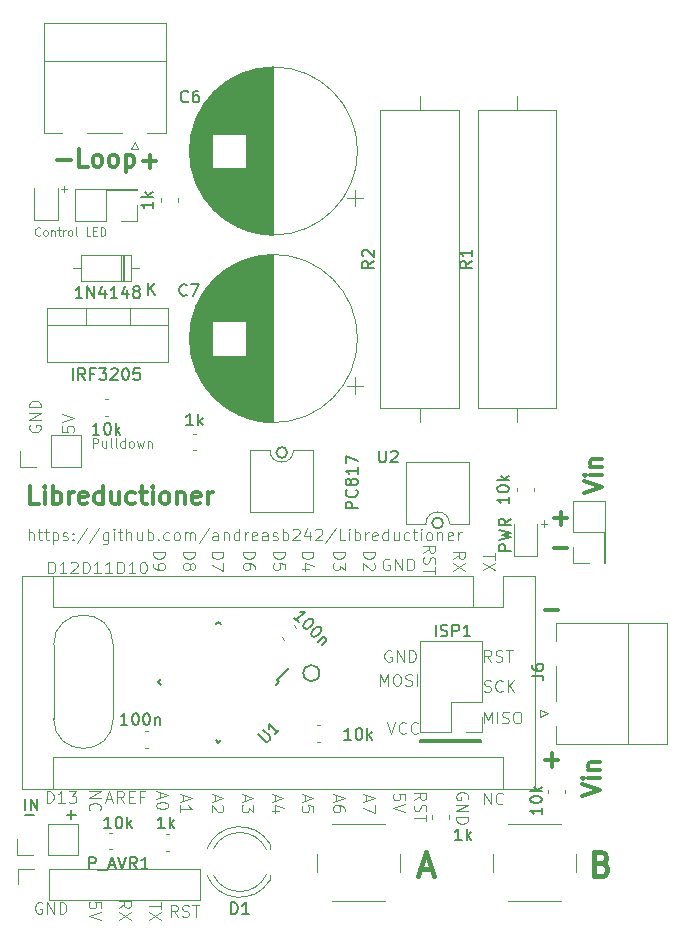
<source format=gbr>
G04 #@! TF.GenerationSoftware,KiCad,Pcbnew,5.0.0-rc2-dev-unknown-f73b9a5~65~ubuntu16.04.1*
G04 #@! TF.CreationDate,2018-05-13T13:10:50+02:00*
G04 #@! TF.ProjectId,Libreductioner,4C6962726564756374696F6E65722E6B,rev?*
G04 #@! TF.SameCoordinates,Original*
G04 #@! TF.FileFunction,Legend,Top*
G04 #@! TF.FilePolarity,Positive*
%FSLAX46Y46*%
G04 Gerber Fmt 4.6, Leading zero omitted, Abs format (unit mm)*
G04 Created by KiCad (PCBNEW 5.0.0-rc2-dev-unknown-f73b9a5~65~ubuntu16.04.1) date Sun May 13 13:10:50 2018*
%MOMM*%
%LPD*%
G01*
G04 APERTURE LIST*
%ADD10C,0.200000*%
%ADD11C,0.100000*%
%ADD12C,0.300000*%
%ADD13C,0.400000*%
%ADD14C,0.120000*%
%ADD15C,0.150000*%
G04 APERTURE END LIST*
D10*
X68567095Y-128341380D02*
X68567095Y-127341380D01*
X69043285Y-128341380D02*
X69043285Y-127341380D01*
X69614714Y-128341380D01*
X69614714Y-127341380D01*
D11*
X71715380Y-95821476D02*
X71715380Y-96297666D01*
X72191571Y-96345285D01*
X72143952Y-96297666D01*
X72096333Y-96202428D01*
X72096333Y-95964333D01*
X72143952Y-95869095D01*
X72191571Y-95821476D01*
X72286809Y-95773857D01*
X72524904Y-95773857D01*
X72620142Y-95821476D01*
X72667761Y-95869095D01*
X72715380Y-95964333D01*
X72715380Y-96202428D01*
X72667761Y-96297666D01*
X72620142Y-96345285D01*
X71715380Y-95488142D02*
X72715380Y-95154809D01*
X71715380Y-94821476D01*
X68969000Y-95757904D02*
X68921380Y-95853142D01*
X68921380Y-95996000D01*
X68969000Y-96138857D01*
X69064238Y-96234095D01*
X69159476Y-96281714D01*
X69349952Y-96329333D01*
X69492809Y-96329333D01*
X69683285Y-96281714D01*
X69778523Y-96234095D01*
X69873761Y-96138857D01*
X69921380Y-95996000D01*
X69921380Y-95900761D01*
X69873761Y-95757904D01*
X69826142Y-95710285D01*
X69492809Y-95710285D01*
X69492809Y-95900761D01*
X69921380Y-95281714D02*
X68921380Y-95281714D01*
X69921380Y-94710285D01*
X68921380Y-94710285D01*
X69921380Y-94234095D02*
X68921380Y-94234095D01*
X68921380Y-93996000D01*
X68969000Y-93853142D01*
X69064238Y-93757904D01*
X69159476Y-93710285D01*
X69349952Y-93662666D01*
X69492809Y-93662666D01*
X69683285Y-93710285D01*
X69778523Y-93757904D01*
X69873761Y-93853142D01*
X69921380Y-93996000D01*
X69921380Y-94234095D01*
X69840000Y-79625000D02*
X69806666Y-79658333D01*
X69706666Y-79691666D01*
X69640000Y-79691666D01*
X69540000Y-79658333D01*
X69473333Y-79591666D01*
X69440000Y-79525000D01*
X69406666Y-79391666D01*
X69406666Y-79291666D01*
X69440000Y-79158333D01*
X69473333Y-79091666D01*
X69540000Y-79025000D01*
X69640000Y-78991666D01*
X69706666Y-78991666D01*
X69806666Y-79025000D01*
X69840000Y-79058333D01*
X70240000Y-79691666D02*
X70173333Y-79658333D01*
X70140000Y-79625000D01*
X70106666Y-79558333D01*
X70106666Y-79358333D01*
X70140000Y-79291666D01*
X70173333Y-79258333D01*
X70240000Y-79225000D01*
X70340000Y-79225000D01*
X70406666Y-79258333D01*
X70440000Y-79291666D01*
X70473333Y-79358333D01*
X70473333Y-79558333D01*
X70440000Y-79625000D01*
X70406666Y-79658333D01*
X70340000Y-79691666D01*
X70240000Y-79691666D01*
X70773333Y-79225000D02*
X70773333Y-79691666D01*
X70773333Y-79291666D02*
X70806666Y-79258333D01*
X70873333Y-79225000D01*
X70973333Y-79225000D01*
X71040000Y-79258333D01*
X71073333Y-79325000D01*
X71073333Y-79691666D01*
X71306666Y-79225000D02*
X71573333Y-79225000D01*
X71406666Y-78991666D02*
X71406666Y-79591666D01*
X71440000Y-79658333D01*
X71506666Y-79691666D01*
X71573333Y-79691666D01*
X71806666Y-79691666D02*
X71806666Y-79225000D01*
X71806666Y-79358333D02*
X71840000Y-79291666D01*
X71873333Y-79258333D01*
X71940000Y-79225000D01*
X72006666Y-79225000D01*
X72340000Y-79691666D02*
X72273333Y-79658333D01*
X72240000Y-79625000D01*
X72206666Y-79558333D01*
X72206666Y-79358333D01*
X72240000Y-79291666D01*
X72273333Y-79258333D01*
X72340000Y-79225000D01*
X72440000Y-79225000D01*
X72506666Y-79258333D01*
X72540000Y-79291666D01*
X72573333Y-79358333D01*
X72573333Y-79558333D01*
X72540000Y-79625000D01*
X72506666Y-79658333D01*
X72440000Y-79691666D01*
X72340000Y-79691666D01*
X72973333Y-79691666D02*
X72906666Y-79658333D01*
X72873333Y-79591666D01*
X72873333Y-78991666D01*
X74106666Y-79691666D02*
X73773333Y-79691666D01*
X73773333Y-78991666D01*
X74340000Y-79325000D02*
X74573333Y-79325000D01*
X74673333Y-79691666D02*
X74340000Y-79691666D01*
X74340000Y-78991666D01*
X74673333Y-78991666D01*
X74973333Y-79691666D02*
X74973333Y-78991666D01*
X75140000Y-78991666D01*
X75240000Y-79025000D01*
X75306666Y-79091666D01*
X75340000Y-79158333D01*
X75373333Y-79291666D01*
X75373333Y-79391666D01*
X75340000Y-79525000D01*
X75306666Y-79591666D01*
X75240000Y-79658333D01*
X75140000Y-79691666D01*
X74973333Y-79691666D01*
X112255333Y-104063000D02*
X112788666Y-104063000D01*
X112522000Y-104329666D02*
X112522000Y-103796333D01*
X71615333Y-75742000D02*
X72148666Y-75742000D01*
X71882000Y-76008666D02*
X71882000Y-75475333D01*
D10*
X68567095Y-128722428D02*
X69329000Y-128722428D01*
X72090904Y-128722428D02*
X72852809Y-128722428D01*
X72471857Y-129103380D02*
X72471857Y-128341476D01*
D11*
X74969619Y-136588523D02*
X74969619Y-136112333D01*
X74493428Y-136064714D01*
X74541047Y-136112333D01*
X74588666Y-136207571D01*
X74588666Y-136445666D01*
X74541047Y-136540904D01*
X74493428Y-136588523D01*
X74398190Y-136636142D01*
X74160095Y-136636142D01*
X74064857Y-136588523D01*
X74017238Y-136540904D01*
X73969619Y-136445666D01*
X73969619Y-136207571D01*
X74017238Y-136112333D01*
X74064857Y-136064714D01*
X74969619Y-136921857D02*
X73969619Y-137255190D01*
X74969619Y-137588523D01*
X81494380Y-137358380D02*
X81161047Y-136882190D01*
X80922952Y-137358380D02*
X80922952Y-136358380D01*
X81303904Y-136358380D01*
X81399142Y-136406000D01*
X81446761Y-136453619D01*
X81494380Y-136548857D01*
X81494380Y-136691714D01*
X81446761Y-136786952D01*
X81399142Y-136834571D01*
X81303904Y-136882190D01*
X80922952Y-136882190D01*
X81875333Y-137310761D02*
X82018190Y-137358380D01*
X82256285Y-137358380D01*
X82351523Y-137310761D01*
X82399142Y-137263142D01*
X82446761Y-137167904D01*
X82446761Y-137072666D01*
X82399142Y-136977428D01*
X82351523Y-136929809D01*
X82256285Y-136882190D01*
X82065809Y-136834571D01*
X81970571Y-136786952D01*
X81922952Y-136739333D01*
X81875333Y-136644095D01*
X81875333Y-136548857D01*
X81922952Y-136453619D01*
X81970571Y-136406000D01*
X82065809Y-136358380D01*
X82303904Y-136358380D01*
X82446761Y-136406000D01*
X82732476Y-136358380D02*
X83303904Y-136358380D01*
X83018190Y-137358380D02*
X83018190Y-136358380D01*
D10*
X90754905Y-98044000D02*
G75*
G03X90754905Y-98044000I-457905J0D01*
G01*
X103962905Y-104013000D02*
G75*
G03X103962905Y-104013000I-457905J0D01*
G01*
D11*
X74296476Y-97643904D02*
X74296476Y-96843904D01*
X74601238Y-96843904D01*
X74677428Y-96882000D01*
X74715523Y-96920095D01*
X74753619Y-96996285D01*
X74753619Y-97110571D01*
X74715523Y-97186761D01*
X74677428Y-97224857D01*
X74601238Y-97262952D01*
X74296476Y-97262952D01*
X75439333Y-97110571D02*
X75439333Y-97643904D01*
X75096476Y-97110571D02*
X75096476Y-97529619D01*
X75134571Y-97605809D01*
X75210761Y-97643904D01*
X75325047Y-97643904D01*
X75401238Y-97605809D01*
X75439333Y-97567714D01*
X75934571Y-97643904D02*
X75858380Y-97605809D01*
X75820285Y-97529619D01*
X75820285Y-96843904D01*
X76353619Y-97643904D02*
X76277428Y-97605809D01*
X76239333Y-97529619D01*
X76239333Y-96843904D01*
X77001238Y-97643904D02*
X77001238Y-96843904D01*
X77001238Y-97605809D02*
X76925047Y-97643904D01*
X76772666Y-97643904D01*
X76696476Y-97605809D01*
X76658380Y-97567714D01*
X76620285Y-97491523D01*
X76620285Y-97262952D01*
X76658380Y-97186761D01*
X76696476Y-97148666D01*
X76772666Y-97110571D01*
X76925047Y-97110571D01*
X77001238Y-97148666D01*
X77496476Y-97643904D02*
X77420285Y-97605809D01*
X77382190Y-97567714D01*
X77344095Y-97491523D01*
X77344095Y-97262952D01*
X77382190Y-97186761D01*
X77420285Y-97148666D01*
X77496476Y-97110571D01*
X77610761Y-97110571D01*
X77686952Y-97148666D01*
X77725047Y-97186761D01*
X77763142Y-97262952D01*
X77763142Y-97491523D01*
X77725047Y-97567714D01*
X77686952Y-97605809D01*
X77610761Y-97643904D01*
X77496476Y-97643904D01*
X78029809Y-97110571D02*
X78182190Y-97643904D01*
X78334571Y-97262952D01*
X78486952Y-97643904D01*
X78639333Y-97110571D01*
X78944095Y-97110571D02*
X78944095Y-97643904D01*
X78944095Y-97186761D02*
X78982190Y-97148666D01*
X79058380Y-97110571D01*
X79172666Y-97110571D01*
X79248857Y-97148666D01*
X79286952Y-97224857D01*
X79286952Y-97643904D01*
D10*
X109672380Y-106362333D02*
X108672380Y-106362333D01*
X108672380Y-105981380D01*
X108720000Y-105886142D01*
X108767619Y-105838523D01*
X108862857Y-105790904D01*
X109005714Y-105790904D01*
X109100952Y-105838523D01*
X109148571Y-105886142D01*
X109196190Y-105981380D01*
X109196190Y-106362333D01*
X108672380Y-105457571D02*
X109672380Y-105219476D01*
X108958095Y-105029000D01*
X109672380Y-104838523D01*
X108672380Y-104600428D01*
X109672380Y-103648047D02*
X109196190Y-103981380D01*
X109672380Y-104219476D02*
X108672380Y-104219476D01*
X108672380Y-103838523D01*
X108720000Y-103743285D01*
X108767619Y-103695666D01*
X108862857Y-103648047D01*
X109005714Y-103648047D01*
X109100952Y-103695666D01*
X109148571Y-103743285D01*
X109196190Y-103838523D01*
X109196190Y-104219476D01*
X101981000Y-122428000D02*
X101981000Y-122555000D01*
X101981000Y-122555000D02*
X101981000Y-122428000D01*
X107188000Y-122555000D02*
X101981000Y-122555000D01*
X107188000Y-122428000D02*
X107188000Y-122555000D01*
X101981000Y-122428000D02*
X107188000Y-122428000D01*
D11*
X99568095Y-114816000D02*
X99472857Y-114768380D01*
X99330000Y-114768380D01*
X99187142Y-114816000D01*
X99091904Y-114911238D01*
X99044285Y-115006476D01*
X98996666Y-115196952D01*
X98996666Y-115339809D01*
X99044285Y-115530285D01*
X99091904Y-115625523D01*
X99187142Y-115720761D01*
X99330000Y-115768380D01*
X99425238Y-115768380D01*
X99568095Y-115720761D01*
X99615714Y-115673142D01*
X99615714Y-115339809D01*
X99425238Y-115339809D01*
X100044285Y-115768380D02*
X100044285Y-114768380D01*
X100615714Y-115768380D01*
X100615714Y-114768380D01*
X101091904Y-115768380D02*
X101091904Y-114768380D01*
X101330000Y-114768380D01*
X101472857Y-114816000D01*
X101568095Y-114911238D01*
X101615714Y-115006476D01*
X101663333Y-115196952D01*
X101663333Y-115339809D01*
X101615714Y-115530285D01*
X101568095Y-115625523D01*
X101472857Y-115720761D01*
X101330000Y-115768380D01*
X101091904Y-115768380D01*
X98631571Y-117800380D02*
X98631571Y-116800380D01*
X98964904Y-117514666D01*
X99298238Y-116800380D01*
X99298238Y-117800380D01*
X99964904Y-116800380D02*
X100155380Y-116800380D01*
X100250619Y-116848000D01*
X100345857Y-116943238D01*
X100393476Y-117133714D01*
X100393476Y-117467047D01*
X100345857Y-117657523D01*
X100250619Y-117752761D01*
X100155380Y-117800380D01*
X99964904Y-117800380D01*
X99869666Y-117752761D01*
X99774428Y-117657523D01*
X99726809Y-117467047D01*
X99726809Y-117133714D01*
X99774428Y-116943238D01*
X99869666Y-116848000D01*
X99964904Y-116800380D01*
X100774428Y-117752761D02*
X100917285Y-117800380D01*
X101155380Y-117800380D01*
X101250619Y-117752761D01*
X101298238Y-117705142D01*
X101345857Y-117609904D01*
X101345857Y-117514666D01*
X101298238Y-117419428D01*
X101250619Y-117371809D01*
X101155380Y-117324190D01*
X100964904Y-117276571D01*
X100869666Y-117228952D01*
X100822047Y-117181333D01*
X100774428Y-117086095D01*
X100774428Y-116990857D01*
X100822047Y-116895619D01*
X100869666Y-116848000D01*
X100964904Y-116800380D01*
X101203000Y-116800380D01*
X101345857Y-116848000D01*
X101774428Y-117800380D02*
X101774428Y-116800380D01*
X99250666Y-120864380D02*
X99584000Y-121864380D01*
X99917333Y-120864380D01*
X100822095Y-121769142D02*
X100774476Y-121816761D01*
X100631619Y-121864380D01*
X100536380Y-121864380D01*
X100393523Y-121816761D01*
X100298285Y-121721523D01*
X100250666Y-121626285D01*
X100203047Y-121435809D01*
X100203047Y-121292952D01*
X100250666Y-121102476D01*
X100298285Y-121007238D01*
X100393523Y-120912000D01*
X100536380Y-120864380D01*
X100631619Y-120864380D01*
X100774476Y-120912000D01*
X100822095Y-120959619D01*
X101822095Y-121769142D02*
X101774476Y-121816761D01*
X101631619Y-121864380D01*
X101536380Y-121864380D01*
X101393523Y-121816761D01*
X101298285Y-121721523D01*
X101250666Y-121626285D01*
X101203047Y-121435809D01*
X101203047Y-121292952D01*
X101250666Y-121102476D01*
X101298285Y-121007238D01*
X101393523Y-120912000D01*
X101536380Y-120864380D01*
X101631619Y-120864380D01*
X101774476Y-120912000D01*
X101822095Y-120959619D01*
X107394571Y-120975380D02*
X107394571Y-119975380D01*
X107727904Y-120689666D01*
X108061238Y-119975380D01*
X108061238Y-120975380D01*
X108537428Y-120975380D02*
X108537428Y-119975380D01*
X108966000Y-120927761D02*
X109108857Y-120975380D01*
X109346952Y-120975380D01*
X109442190Y-120927761D01*
X109489809Y-120880142D01*
X109537428Y-120784904D01*
X109537428Y-120689666D01*
X109489809Y-120594428D01*
X109442190Y-120546809D01*
X109346952Y-120499190D01*
X109156476Y-120451571D01*
X109061238Y-120403952D01*
X109013619Y-120356333D01*
X108966000Y-120261095D01*
X108966000Y-120165857D01*
X109013619Y-120070619D01*
X109061238Y-120023000D01*
X109156476Y-119975380D01*
X109394571Y-119975380D01*
X109537428Y-120023000D01*
X110156476Y-119975380D02*
X110346952Y-119975380D01*
X110442190Y-120023000D01*
X110537428Y-120118238D01*
X110585047Y-120308714D01*
X110585047Y-120642047D01*
X110537428Y-120832523D01*
X110442190Y-120927761D01*
X110346952Y-120975380D01*
X110156476Y-120975380D01*
X110061238Y-120927761D01*
X109966000Y-120832523D01*
X109918380Y-120642047D01*
X109918380Y-120308714D01*
X109966000Y-120118238D01*
X110061238Y-120023000D01*
X110156476Y-119975380D01*
X107426285Y-118260761D02*
X107569142Y-118308380D01*
X107807238Y-118308380D01*
X107902476Y-118260761D01*
X107950095Y-118213142D01*
X107997714Y-118117904D01*
X107997714Y-118022666D01*
X107950095Y-117927428D01*
X107902476Y-117879809D01*
X107807238Y-117832190D01*
X107616761Y-117784571D01*
X107521523Y-117736952D01*
X107473904Y-117689333D01*
X107426285Y-117594095D01*
X107426285Y-117498857D01*
X107473904Y-117403619D01*
X107521523Y-117356000D01*
X107616761Y-117308380D01*
X107854857Y-117308380D01*
X107997714Y-117356000D01*
X108997714Y-118213142D02*
X108950095Y-118260761D01*
X108807238Y-118308380D01*
X108712000Y-118308380D01*
X108569142Y-118260761D01*
X108473904Y-118165523D01*
X108426285Y-118070285D01*
X108378666Y-117879809D01*
X108378666Y-117736952D01*
X108426285Y-117546476D01*
X108473904Y-117451238D01*
X108569142Y-117356000D01*
X108712000Y-117308380D01*
X108807238Y-117308380D01*
X108950095Y-117356000D01*
X108997714Y-117403619D01*
X109426285Y-118308380D02*
X109426285Y-117308380D01*
X109997714Y-118308380D02*
X109569142Y-117736952D01*
X109997714Y-117308380D02*
X109426285Y-117879809D01*
X108037380Y-115768380D02*
X107704047Y-115292190D01*
X107465952Y-115768380D02*
X107465952Y-114768380D01*
X107846904Y-114768380D01*
X107942142Y-114816000D01*
X107989761Y-114863619D01*
X108037380Y-114958857D01*
X108037380Y-115101714D01*
X107989761Y-115196952D01*
X107942142Y-115244571D01*
X107846904Y-115292190D01*
X107465952Y-115292190D01*
X108418333Y-115720761D02*
X108561190Y-115768380D01*
X108799285Y-115768380D01*
X108894523Y-115720761D01*
X108942142Y-115673142D01*
X108989761Y-115577904D01*
X108989761Y-115482666D01*
X108942142Y-115387428D01*
X108894523Y-115339809D01*
X108799285Y-115292190D01*
X108608809Y-115244571D01*
X108513571Y-115196952D01*
X108465952Y-115149333D01*
X108418333Y-115054095D01*
X108418333Y-114958857D01*
X108465952Y-114863619D01*
X108513571Y-114816000D01*
X108608809Y-114768380D01*
X108846904Y-114768380D01*
X108989761Y-114816000D01*
X109275476Y-114768380D02*
X109846904Y-114768380D01*
X109561190Y-115768380D02*
X109561190Y-114768380D01*
X107418285Y-127833380D02*
X107418285Y-126833380D01*
X107989714Y-127833380D01*
X107989714Y-126833380D01*
X109037333Y-127738142D02*
X108989714Y-127785761D01*
X108846857Y-127833380D01*
X108751619Y-127833380D01*
X108608761Y-127785761D01*
X108513523Y-127690523D01*
X108465904Y-127595285D01*
X108418285Y-127404809D01*
X108418285Y-127261952D01*
X108465904Y-127071476D01*
X108513523Y-126976238D01*
X108608761Y-126881000D01*
X108751619Y-126833380D01*
X108846857Y-126833380D01*
X108989714Y-126881000D01*
X109037333Y-126928619D01*
X68860095Y-105481380D02*
X68860095Y-104481380D01*
X69288666Y-105481380D02*
X69288666Y-104957571D01*
X69241047Y-104862333D01*
X69145809Y-104814714D01*
X69002952Y-104814714D01*
X68907714Y-104862333D01*
X68860095Y-104909952D01*
X69622000Y-104814714D02*
X70002952Y-104814714D01*
X69764857Y-104481380D02*
X69764857Y-105338523D01*
X69812476Y-105433761D01*
X69907714Y-105481380D01*
X70002952Y-105481380D01*
X70193428Y-104814714D02*
X70574380Y-104814714D01*
X70336285Y-104481380D02*
X70336285Y-105338523D01*
X70383904Y-105433761D01*
X70479142Y-105481380D01*
X70574380Y-105481380D01*
X70907714Y-104814714D02*
X70907714Y-105814714D01*
X70907714Y-104862333D02*
X71002952Y-104814714D01*
X71193428Y-104814714D01*
X71288666Y-104862333D01*
X71336285Y-104909952D01*
X71383904Y-105005190D01*
X71383904Y-105290904D01*
X71336285Y-105386142D01*
X71288666Y-105433761D01*
X71193428Y-105481380D01*
X71002952Y-105481380D01*
X70907714Y-105433761D01*
X71764857Y-105433761D02*
X71860095Y-105481380D01*
X72050571Y-105481380D01*
X72145809Y-105433761D01*
X72193428Y-105338523D01*
X72193428Y-105290904D01*
X72145809Y-105195666D01*
X72050571Y-105148047D01*
X71907714Y-105148047D01*
X71812476Y-105100428D01*
X71764857Y-105005190D01*
X71764857Y-104957571D01*
X71812476Y-104862333D01*
X71907714Y-104814714D01*
X72050571Y-104814714D01*
X72145809Y-104862333D01*
X72622000Y-105386142D02*
X72669619Y-105433761D01*
X72622000Y-105481380D01*
X72574380Y-105433761D01*
X72622000Y-105386142D01*
X72622000Y-105481380D01*
X72622000Y-104862333D02*
X72669619Y-104909952D01*
X72622000Y-104957571D01*
X72574380Y-104909952D01*
X72622000Y-104862333D01*
X72622000Y-104957571D01*
X73812476Y-104433761D02*
X72955333Y-105719476D01*
X74860095Y-104433761D02*
X74002952Y-105719476D01*
X75622000Y-104814714D02*
X75622000Y-105624238D01*
X75574380Y-105719476D01*
X75526761Y-105767095D01*
X75431523Y-105814714D01*
X75288666Y-105814714D01*
X75193428Y-105767095D01*
X75622000Y-105433761D02*
X75526761Y-105481380D01*
X75336285Y-105481380D01*
X75241047Y-105433761D01*
X75193428Y-105386142D01*
X75145809Y-105290904D01*
X75145809Y-105005190D01*
X75193428Y-104909952D01*
X75241047Y-104862333D01*
X75336285Y-104814714D01*
X75526761Y-104814714D01*
X75622000Y-104862333D01*
X76098190Y-105481380D02*
X76098190Y-104814714D01*
X76098190Y-104481380D02*
X76050571Y-104529000D01*
X76098190Y-104576619D01*
X76145809Y-104529000D01*
X76098190Y-104481380D01*
X76098190Y-104576619D01*
X76431523Y-104814714D02*
X76812476Y-104814714D01*
X76574380Y-104481380D02*
X76574380Y-105338523D01*
X76622000Y-105433761D01*
X76717238Y-105481380D01*
X76812476Y-105481380D01*
X77145809Y-105481380D02*
X77145809Y-104481380D01*
X77574380Y-105481380D02*
X77574380Y-104957571D01*
X77526761Y-104862333D01*
X77431523Y-104814714D01*
X77288666Y-104814714D01*
X77193428Y-104862333D01*
X77145809Y-104909952D01*
X78479142Y-104814714D02*
X78479142Y-105481380D01*
X78050571Y-104814714D02*
X78050571Y-105338523D01*
X78098190Y-105433761D01*
X78193428Y-105481380D01*
X78336285Y-105481380D01*
X78431523Y-105433761D01*
X78479142Y-105386142D01*
X78955333Y-105481380D02*
X78955333Y-104481380D01*
X78955333Y-104862333D02*
X79050571Y-104814714D01*
X79241047Y-104814714D01*
X79336285Y-104862333D01*
X79383904Y-104909952D01*
X79431523Y-105005190D01*
X79431523Y-105290904D01*
X79383904Y-105386142D01*
X79336285Y-105433761D01*
X79241047Y-105481380D01*
X79050571Y-105481380D01*
X78955333Y-105433761D01*
X79860095Y-105386142D02*
X79907714Y-105433761D01*
X79860095Y-105481380D01*
X79812476Y-105433761D01*
X79860095Y-105386142D01*
X79860095Y-105481380D01*
X80764857Y-105433761D02*
X80669619Y-105481380D01*
X80479142Y-105481380D01*
X80383904Y-105433761D01*
X80336285Y-105386142D01*
X80288666Y-105290904D01*
X80288666Y-105005190D01*
X80336285Y-104909952D01*
X80383904Y-104862333D01*
X80479142Y-104814714D01*
X80669619Y-104814714D01*
X80764857Y-104862333D01*
X81336285Y-105481380D02*
X81241047Y-105433761D01*
X81193428Y-105386142D01*
X81145809Y-105290904D01*
X81145809Y-105005190D01*
X81193428Y-104909952D01*
X81241047Y-104862333D01*
X81336285Y-104814714D01*
X81479142Y-104814714D01*
X81574380Y-104862333D01*
X81622000Y-104909952D01*
X81669619Y-105005190D01*
X81669619Y-105290904D01*
X81622000Y-105386142D01*
X81574380Y-105433761D01*
X81479142Y-105481380D01*
X81336285Y-105481380D01*
X82098190Y-105481380D02*
X82098190Y-104814714D01*
X82098190Y-104909952D02*
X82145809Y-104862333D01*
X82241047Y-104814714D01*
X82383904Y-104814714D01*
X82479142Y-104862333D01*
X82526761Y-104957571D01*
X82526761Y-105481380D01*
X82526761Y-104957571D02*
X82574380Y-104862333D01*
X82669619Y-104814714D01*
X82812476Y-104814714D01*
X82907714Y-104862333D01*
X82955333Y-104957571D01*
X82955333Y-105481380D01*
X84145809Y-104433761D02*
X83288666Y-105719476D01*
X84907714Y-105481380D02*
X84907714Y-104957571D01*
X84860095Y-104862333D01*
X84764857Y-104814714D01*
X84574380Y-104814714D01*
X84479142Y-104862333D01*
X84907714Y-105433761D02*
X84812476Y-105481380D01*
X84574380Y-105481380D01*
X84479142Y-105433761D01*
X84431523Y-105338523D01*
X84431523Y-105243285D01*
X84479142Y-105148047D01*
X84574380Y-105100428D01*
X84812476Y-105100428D01*
X84907714Y-105052809D01*
X85383904Y-104814714D02*
X85383904Y-105481380D01*
X85383904Y-104909952D02*
X85431523Y-104862333D01*
X85526761Y-104814714D01*
X85669619Y-104814714D01*
X85764857Y-104862333D01*
X85812476Y-104957571D01*
X85812476Y-105481380D01*
X86717238Y-105481380D02*
X86717238Y-104481380D01*
X86717238Y-105433761D02*
X86622000Y-105481380D01*
X86431523Y-105481380D01*
X86336285Y-105433761D01*
X86288666Y-105386142D01*
X86241047Y-105290904D01*
X86241047Y-105005190D01*
X86288666Y-104909952D01*
X86336285Y-104862333D01*
X86431523Y-104814714D01*
X86622000Y-104814714D01*
X86717238Y-104862333D01*
X87193428Y-105481380D02*
X87193428Y-104814714D01*
X87193428Y-105005190D02*
X87241047Y-104909952D01*
X87288666Y-104862333D01*
X87383904Y-104814714D01*
X87479142Y-104814714D01*
X88193428Y-105433761D02*
X88098190Y-105481380D01*
X87907714Y-105481380D01*
X87812476Y-105433761D01*
X87764857Y-105338523D01*
X87764857Y-104957571D01*
X87812476Y-104862333D01*
X87907714Y-104814714D01*
X88098190Y-104814714D01*
X88193428Y-104862333D01*
X88241047Y-104957571D01*
X88241047Y-105052809D01*
X87764857Y-105148047D01*
X89098190Y-105481380D02*
X89098190Y-104957571D01*
X89050571Y-104862333D01*
X88955333Y-104814714D01*
X88764857Y-104814714D01*
X88669619Y-104862333D01*
X89098190Y-105433761D02*
X89002952Y-105481380D01*
X88764857Y-105481380D01*
X88669619Y-105433761D01*
X88622000Y-105338523D01*
X88622000Y-105243285D01*
X88669619Y-105148047D01*
X88764857Y-105100428D01*
X89002952Y-105100428D01*
X89098190Y-105052809D01*
X89526761Y-105433761D02*
X89622000Y-105481380D01*
X89812476Y-105481380D01*
X89907714Y-105433761D01*
X89955333Y-105338523D01*
X89955333Y-105290904D01*
X89907714Y-105195666D01*
X89812476Y-105148047D01*
X89669619Y-105148047D01*
X89574380Y-105100428D01*
X89526761Y-105005190D01*
X89526761Y-104957571D01*
X89574380Y-104862333D01*
X89669619Y-104814714D01*
X89812476Y-104814714D01*
X89907714Y-104862333D01*
X90383904Y-105481380D02*
X90383904Y-104481380D01*
X90383904Y-104862333D02*
X90479142Y-104814714D01*
X90669619Y-104814714D01*
X90764857Y-104862333D01*
X90812476Y-104909952D01*
X90860095Y-105005190D01*
X90860095Y-105290904D01*
X90812476Y-105386142D01*
X90764857Y-105433761D01*
X90669619Y-105481380D01*
X90479142Y-105481380D01*
X90383904Y-105433761D01*
X91241047Y-104576619D02*
X91288666Y-104529000D01*
X91383904Y-104481380D01*
X91622000Y-104481380D01*
X91717238Y-104529000D01*
X91764857Y-104576619D01*
X91812476Y-104671857D01*
X91812476Y-104767095D01*
X91764857Y-104909952D01*
X91193428Y-105481380D01*
X91812476Y-105481380D01*
X92669619Y-104814714D02*
X92669619Y-105481380D01*
X92431523Y-104433761D02*
X92193428Y-105148047D01*
X92812476Y-105148047D01*
X93145809Y-104576619D02*
X93193428Y-104529000D01*
X93288666Y-104481380D01*
X93526761Y-104481380D01*
X93622000Y-104529000D01*
X93669619Y-104576619D01*
X93717238Y-104671857D01*
X93717238Y-104767095D01*
X93669619Y-104909952D01*
X93098190Y-105481380D01*
X93717238Y-105481380D01*
X94860095Y-104433761D02*
X94002952Y-105719476D01*
X95669619Y-105481380D02*
X95193428Y-105481380D01*
X95193428Y-104481380D01*
X96002952Y-105481380D02*
X96002952Y-104814714D01*
X96002952Y-104481380D02*
X95955333Y-104529000D01*
X96002952Y-104576619D01*
X96050571Y-104529000D01*
X96002952Y-104481380D01*
X96002952Y-104576619D01*
X96479142Y-105481380D02*
X96479142Y-104481380D01*
X96479142Y-104862333D02*
X96574380Y-104814714D01*
X96764857Y-104814714D01*
X96860095Y-104862333D01*
X96907714Y-104909952D01*
X96955333Y-105005190D01*
X96955333Y-105290904D01*
X96907714Y-105386142D01*
X96860095Y-105433761D01*
X96764857Y-105481380D01*
X96574380Y-105481380D01*
X96479142Y-105433761D01*
X97383904Y-105481380D02*
X97383904Y-104814714D01*
X97383904Y-105005190D02*
X97431523Y-104909952D01*
X97479142Y-104862333D01*
X97574380Y-104814714D01*
X97669619Y-104814714D01*
X98383904Y-105433761D02*
X98288666Y-105481380D01*
X98098190Y-105481380D01*
X98002952Y-105433761D01*
X97955333Y-105338523D01*
X97955333Y-104957571D01*
X98002952Y-104862333D01*
X98098190Y-104814714D01*
X98288666Y-104814714D01*
X98383904Y-104862333D01*
X98431523Y-104957571D01*
X98431523Y-105052809D01*
X97955333Y-105148047D01*
X99288666Y-105481380D02*
X99288666Y-104481380D01*
X99288666Y-105433761D02*
X99193428Y-105481380D01*
X99002952Y-105481380D01*
X98907714Y-105433761D01*
X98860095Y-105386142D01*
X98812476Y-105290904D01*
X98812476Y-105005190D01*
X98860095Y-104909952D01*
X98907714Y-104862333D01*
X99002952Y-104814714D01*
X99193428Y-104814714D01*
X99288666Y-104862333D01*
X100193428Y-104814714D02*
X100193428Y-105481380D01*
X99764857Y-104814714D02*
X99764857Y-105338523D01*
X99812476Y-105433761D01*
X99907714Y-105481380D01*
X100050571Y-105481380D01*
X100145809Y-105433761D01*
X100193428Y-105386142D01*
X101098190Y-105433761D02*
X101002952Y-105481380D01*
X100812476Y-105481380D01*
X100717238Y-105433761D01*
X100669619Y-105386142D01*
X100621999Y-105290904D01*
X100621999Y-105005190D01*
X100669619Y-104909952D01*
X100717238Y-104862333D01*
X100812476Y-104814714D01*
X101002952Y-104814714D01*
X101098190Y-104862333D01*
X101383904Y-104814714D02*
X101764857Y-104814714D01*
X101526761Y-104481380D02*
X101526761Y-105338523D01*
X101574380Y-105433761D01*
X101669619Y-105481380D01*
X101764857Y-105481380D01*
X102098190Y-105481380D02*
X102098190Y-104814714D01*
X102098190Y-104481380D02*
X102050571Y-104529000D01*
X102098190Y-104576619D01*
X102145809Y-104529000D01*
X102098190Y-104481380D01*
X102098190Y-104576619D01*
X102717238Y-105481380D02*
X102621999Y-105433761D01*
X102574380Y-105386142D01*
X102526761Y-105290904D01*
X102526761Y-105005190D01*
X102574380Y-104909952D01*
X102621999Y-104862333D01*
X102717238Y-104814714D01*
X102860095Y-104814714D01*
X102955333Y-104862333D01*
X103002952Y-104909952D01*
X103050571Y-105005190D01*
X103050571Y-105290904D01*
X103002952Y-105386142D01*
X102955333Y-105433761D01*
X102860095Y-105481380D01*
X102717238Y-105481380D01*
X103479142Y-104814714D02*
X103479142Y-105481380D01*
X103479142Y-104909952D02*
X103526761Y-104862333D01*
X103621999Y-104814714D01*
X103764857Y-104814714D01*
X103860095Y-104862333D01*
X103907714Y-104957571D01*
X103907714Y-105481380D01*
X104764857Y-105433761D02*
X104669619Y-105481380D01*
X104479142Y-105481380D01*
X104383904Y-105433761D01*
X104336285Y-105338523D01*
X104336285Y-104957571D01*
X104383904Y-104862333D01*
X104479142Y-104814714D01*
X104669619Y-104814714D01*
X104764857Y-104862333D01*
X104812476Y-104957571D01*
X104812476Y-105052809D01*
X104336285Y-105148047D01*
X105241047Y-105481380D02*
X105241047Y-104814714D01*
X105241047Y-105005190D02*
X105288666Y-104909952D01*
X105336285Y-104862333D01*
X105431523Y-104814714D01*
X105526761Y-104814714D01*
X80049619Y-136144095D02*
X80049619Y-136715523D01*
X79049619Y-136429809D02*
X80049619Y-136429809D01*
X80049619Y-136953619D02*
X79049619Y-137620285D01*
X80049619Y-137620285D02*
X79049619Y-136953619D01*
X76509619Y-136612333D02*
X76985809Y-136279000D01*
X76509619Y-136040904D02*
X77509619Y-136040904D01*
X77509619Y-136421857D01*
X77462000Y-136517095D01*
X77414380Y-136564714D01*
X77319142Y-136612333D01*
X77176285Y-136612333D01*
X77081047Y-136564714D01*
X77033428Y-136517095D01*
X76985809Y-136421857D01*
X76985809Y-136040904D01*
X77509619Y-136945666D02*
X76509619Y-137612333D01*
X77509619Y-137612333D02*
X76509619Y-136945666D01*
X69977095Y-136152000D02*
X69881857Y-136104380D01*
X69739000Y-136104380D01*
X69596142Y-136152000D01*
X69500904Y-136247238D01*
X69453285Y-136342476D01*
X69405666Y-136532952D01*
X69405666Y-136675809D01*
X69453285Y-136866285D01*
X69500904Y-136961523D01*
X69596142Y-137056761D01*
X69739000Y-137104380D01*
X69834238Y-137104380D01*
X69977095Y-137056761D01*
X70024714Y-137009142D01*
X70024714Y-136675809D01*
X69834238Y-136675809D01*
X70453285Y-137104380D02*
X70453285Y-136104380D01*
X71024714Y-137104380D01*
X71024714Y-136104380D01*
X71500904Y-137104380D02*
X71500904Y-136104380D01*
X71739000Y-136104380D01*
X71881857Y-136152000D01*
X71977095Y-136247238D01*
X72024714Y-136342476D01*
X72072333Y-136532952D01*
X72072333Y-136675809D01*
X72024714Y-136866285D01*
X71977095Y-136961523D01*
X71881857Y-137056761D01*
X71739000Y-137104380D01*
X71500904Y-137104380D01*
X106037000Y-127381095D02*
X106084619Y-127285857D01*
X106084619Y-127143000D01*
X106037000Y-127000142D01*
X105941761Y-126904904D01*
X105846523Y-126857285D01*
X105656047Y-126809666D01*
X105513190Y-126809666D01*
X105322714Y-126857285D01*
X105227476Y-126904904D01*
X105132238Y-127000142D01*
X105084619Y-127143000D01*
X105084619Y-127238238D01*
X105132238Y-127381095D01*
X105179857Y-127428714D01*
X105513190Y-127428714D01*
X105513190Y-127238238D01*
X105084619Y-127857285D02*
X106084619Y-127857285D01*
X105084619Y-128428714D01*
X106084619Y-128428714D01*
X105084619Y-128904904D02*
X106084619Y-128904904D01*
X106084619Y-129143000D01*
X106037000Y-129285857D01*
X105941761Y-129381095D01*
X105846523Y-129428714D01*
X105656047Y-129476333D01*
X105513190Y-129476333D01*
X105322714Y-129428714D01*
X105227476Y-129381095D01*
X105132238Y-129285857D01*
X105084619Y-129143000D01*
X105084619Y-128904904D01*
D12*
X112585571Y-111359142D02*
X113728428Y-111359142D01*
X112585571Y-124059142D02*
X113728428Y-124059142D01*
X113157000Y-124630571D02*
X113157000Y-123487714D01*
X115764571Y-127138714D02*
X117264571Y-126638714D01*
X115764571Y-126138714D01*
X117264571Y-125638714D02*
X116264571Y-125638714D01*
X115764571Y-125638714D02*
X115836000Y-125710142D01*
X115907428Y-125638714D01*
X115836000Y-125567285D01*
X115764571Y-125638714D01*
X115907428Y-125638714D01*
X116264571Y-124924428D02*
X117264571Y-124924428D01*
X116407428Y-124924428D02*
X116336000Y-124853000D01*
X116264571Y-124710142D01*
X116264571Y-124495857D01*
X116336000Y-124353000D01*
X116478857Y-124281571D01*
X117264571Y-124281571D01*
X115891571Y-101484714D02*
X117391571Y-100984714D01*
X115891571Y-100484714D01*
X117391571Y-99984714D02*
X116391571Y-99984714D01*
X115891571Y-99984714D02*
X115963000Y-100056142D01*
X116034428Y-99984714D01*
X115963000Y-99913285D01*
X115891571Y-99984714D01*
X116034428Y-99984714D01*
X116391571Y-99270428D02*
X117391571Y-99270428D01*
X116534428Y-99270428D02*
X116463000Y-99199000D01*
X116391571Y-99056142D01*
X116391571Y-98841857D01*
X116463000Y-98699000D01*
X116605857Y-98627571D01*
X117391571Y-98627571D01*
X113347571Y-103612142D02*
X114490428Y-103612142D01*
X113919000Y-104183571D02*
X113919000Y-103040714D01*
X113347571Y-106152142D02*
X114490428Y-106152142D01*
D13*
X117363857Y-132826142D02*
X117649571Y-132921380D01*
X117744809Y-133016619D01*
X117840047Y-133207095D01*
X117840047Y-133492809D01*
X117744809Y-133683285D01*
X117649571Y-133778523D01*
X117459095Y-133873761D01*
X116697190Y-133873761D01*
X116697190Y-131873761D01*
X117363857Y-131873761D01*
X117554333Y-131969000D01*
X117649571Y-132064238D01*
X117744809Y-132254714D01*
X117744809Y-132445190D01*
X117649571Y-132635666D01*
X117554333Y-132730904D01*
X117363857Y-132826142D01*
X116697190Y-132826142D01*
X102012809Y-133302333D02*
X102965190Y-133302333D01*
X101822333Y-133873761D02*
X102489000Y-131873761D01*
X103155666Y-133873761D01*
D12*
X73866571Y-73830571D02*
X73152285Y-73830571D01*
X73152285Y-72330571D01*
X74580857Y-73830571D02*
X74438000Y-73759142D01*
X74366571Y-73687714D01*
X74295142Y-73544857D01*
X74295142Y-73116285D01*
X74366571Y-72973428D01*
X74438000Y-72902000D01*
X74580857Y-72830571D01*
X74795142Y-72830571D01*
X74938000Y-72902000D01*
X75009428Y-72973428D01*
X75080857Y-73116285D01*
X75080857Y-73544857D01*
X75009428Y-73687714D01*
X74938000Y-73759142D01*
X74795142Y-73830571D01*
X74580857Y-73830571D01*
X75938000Y-73830571D02*
X75795142Y-73759142D01*
X75723714Y-73687714D01*
X75652285Y-73544857D01*
X75652285Y-73116285D01*
X75723714Y-72973428D01*
X75795142Y-72902000D01*
X75938000Y-72830571D01*
X76152285Y-72830571D01*
X76295142Y-72902000D01*
X76366571Y-72973428D01*
X76438000Y-73116285D01*
X76438000Y-73544857D01*
X76366571Y-73687714D01*
X76295142Y-73759142D01*
X76152285Y-73830571D01*
X75938000Y-73830571D01*
X77080857Y-72830571D02*
X77080857Y-74330571D01*
X77080857Y-72902000D02*
X77223714Y-72830571D01*
X77509428Y-72830571D01*
X77652285Y-72902000D01*
X77723714Y-72973428D01*
X77795142Y-73116285D01*
X77795142Y-73544857D01*
X77723714Y-73687714D01*
X77652285Y-73759142D01*
X77509428Y-73830571D01*
X77223714Y-73830571D01*
X77080857Y-73759142D01*
X71310571Y-73259142D02*
X72453428Y-73259142D01*
X78549571Y-73386142D02*
X79692428Y-73386142D01*
X79121000Y-73957571D02*
X79121000Y-72814714D01*
X69719428Y-102405571D02*
X69005142Y-102405571D01*
X69005142Y-100905571D01*
X70219428Y-102405571D02*
X70219428Y-101405571D01*
X70219428Y-100905571D02*
X70148000Y-100977000D01*
X70219428Y-101048428D01*
X70290857Y-100977000D01*
X70219428Y-100905571D01*
X70219428Y-101048428D01*
X70933714Y-102405571D02*
X70933714Y-100905571D01*
X70933714Y-101477000D02*
X71076571Y-101405571D01*
X71362285Y-101405571D01*
X71505142Y-101477000D01*
X71576571Y-101548428D01*
X71648000Y-101691285D01*
X71648000Y-102119857D01*
X71576571Y-102262714D01*
X71505142Y-102334142D01*
X71362285Y-102405571D01*
X71076571Y-102405571D01*
X70933714Y-102334142D01*
X72290857Y-102405571D02*
X72290857Y-101405571D01*
X72290857Y-101691285D02*
X72362285Y-101548428D01*
X72433714Y-101477000D01*
X72576571Y-101405571D01*
X72719428Y-101405571D01*
X73790857Y-102334142D02*
X73648000Y-102405571D01*
X73362285Y-102405571D01*
X73219428Y-102334142D01*
X73148000Y-102191285D01*
X73148000Y-101619857D01*
X73219428Y-101477000D01*
X73362285Y-101405571D01*
X73648000Y-101405571D01*
X73790857Y-101477000D01*
X73862285Y-101619857D01*
X73862285Y-101762714D01*
X73148000Y-101905571D01*
X75148000Y-102405571D02*
X75148000Y-100905571D01*
X75148000Y-102334142D02*
X75005142Y-102405571D01*
X74719428Y-102405571D01*
X74576571Y-102334142D01*
X74505142Y-102262714D01*
X74433714Y-102119857D01*
X74433714Y-101691285D01*
X74505142Y-101548428D01*
X74576571Y-101477000D01*
X74719428Y-101405571D01*
X75005142Y-101405571D01*
X75148000Y-101477000D01*
X76505142Y-101405571D02*
X76505142Y-102405571D01*
X75862285Y-101405571D02*
X75862285Y-102191285D01*
X75933714Y-102334142D01*
X76076571Y-102405571D01*
X76290857Y-102405571D01*
X76433714Y-102334142D01*
X76505142Y-102262714D01*
X77862285Y-102334142D02*
X77719428Y-102405571D01*
X77433714Y-102405571D01*
X77290857Y-102334142D01*
X77219428Y-102262714D01*
X77148000Y-102119857D01*
X77148000Y-101691285D01*
X77219428Y-101548428D01*
X77290857Y-101477000D01*
X77433714Y-101405571D01*
X77719428Y-101405571D01*
X77862285Y-101477000D01*
X78290857Y-101405571D02*
X78862285Y-101405571D01*
X78505142Y-100905571D02*
X78505142Y-102191285D01*
X78576571Y-102334142D01*
X78719428Y-102405571D01*
X78862285Y-102405571D01*
X79362285Y-102405571D02*
X79362285Y-101405571D01*
X79362285Y-100905571D02*
X79290857Y-100977000D01*
X79362285Y-101048428D01*
X79433714Y-100977000D01*
X79362285Y-100905571D01*
X79362285Y-101048428D01*
X80290857Y-102405571D02*
X80148000Y-102334142D01*
X80076571Y-102262714D01*
X80005142Y-102119857D01*
X80005142Y-101691285D01*
X80076571Y-101548428D01*
X80148000Y-101477000D01*
X80290857Y-101405571D01*
X80505142Y-101405571D01*
X80648000Y-101477000D01*
X80719428Y-101548428D01*
X80790857Y-101691285D01*
X80790857Y-102119857D01*
X80719428Y-102262714D01*
X80648000Y-102334142D01*
X80505142Y-102405571D01*
X80290857Y-102405571D01*
X81433714Y-101405571D02*
X81433714Y-102405571D01*
X81433714Y-101548428D02*
X81505142Y-101477000D01*
X81648000Y-101405571D01*
X81862285Y-101405571D01*
X82005142Y-101477000D01*
X82076571Y-101619857D01*
X82076571Y-102405571D01*
X83362285Y-102334142D02*
X83219428Y-102405571D01*
X82933714Y-102405571D01*
X82790857Y-102334142D01*
X82719428Y-102191285D01*
X82719428Y-101619857D01*
X82790857Y-101477000D01*
X82933714Y-101405571D01*
X83219428Y-101405571D01*
X83362285Y-101477000D01*
X83433714Y-101619857D01*
X83433714Y-101762714D01*
X82719428Y-101905571D01*
X84076571Y-102405571D02*
X84076571Y-101405571D01*
X84076571Y-101691285D02*
X84148000Y-101548428D01*
X84219428Y-101477000D01*
X84362285Y-101405571D01*
X84505142Y-101405571D01*
D11*
X70413714Y-127706380D02*
X70413714Y-126706380D01*
X70651809Y-126706380D01*
X70794666Y-126754000D01*
X70889904Y-126849238D01*
X70937523Y-126944476D01*
X70985142Y-127134952D01*
X70985142Y-127277809D01*
X70937523Y-127468285D01*
X70889904Y-127563523D01*
X70794666Y-127658761D01*
X70651809Y-127706380D01*
X70413714Y-127706380D01*
X71937523Y-127706380D02*
X71366095Y-127706380D01*
X71651809Y-127706380D02*
X71651809Y-126706380D01*
X71556571Y-126849238D01*
X71461333Y-126944476D01*
X71366095Y-126992095D01*
X72270857Y-126706380D02*
X72889904Y-126706380D01*
X72556571Y-127087333D01*
X72699428Y-127087333D01*
X72794666Y-127134952D01*
X72842285Y-127182571D01*
X72889904Y-127277809D01*
X72889904Y-127515904D01*
X72842285Y-127611142D01*
X72794666Y-127658761D01*
X72699428Y-127706380D01*
X72413714Y-127706380D01*
X72318476Y-127658761D01*
X72270857Y-127611142D01*
X73969619Y-126722285D02*
X74969619Y-126722285D01*
X73969619Y-127293714D01*
X74969619Y-127293714D01*
X74064857Y-128341333D02*
X74017238Y-128293714D01*
X73969619Y-128150857D01*
X73969619Y-128055619D01*
X74017238Y-127912761D01*
X74112476Y-127817523D01*
X74207714Y-127769904D01*
X74398190Y-127722285D01*
X74541047Y-127722285D01*
X74731523Y-127769904D01*
X74826761Y-127817523D01*
X74922000Y-127912761D01*
X74969619Y-128055619D01*
X74969619Y-128150857D01*
X74922000Y-128293714D01*
X74874380Y-128341333D01*
X75469952Y-127420666D02*
X75946142Y-127420666D01*
X75374714Y-127706380D02*
X75708047Y-126706380D01*
X76041380Y-127706380D01*
X76946142Y-127706380D02*
X76612809Y-127230190D01*
X76374714Y-127706380D02*
X76374714Y-126706380D01*
X76755666Y-126706380D01*
X76850904Y-126754000D01*
X76898523Y-126801619D01*
X76946142Y-126896857D01*
X76946142Y-127039714D01*
X76898523Y-127134952D01*
X76850904Y-127182571D01*
X76755666Y-127230190D01*
X76374714Y-127230190D01*
X77374714Y-127182571D02*
X77708047Y-127182571D01*
X77850904Y-127706380D02*
X77374714Y-127706380D01*
X77374714Y-126706380D01*
X77850904Y-126706380D01*
X78612809Y-127182571D02*
X78279476Y-127182571D01*
X78279476Y-127706380D02*
X78279476Y-126706380D01*
X78755666Y-126706380D01*
X81977123Y-127062666D02*
X81977123Y-127538856D01*
X81691409Y-126967428D02*
X82691409Y-127300761D01*
X81691409Y-127634094D01*
X81691409Y-128491237D02*
X81691409Y-127919809D01*
X81691409Y-128205523D02*
X82691409Y-128205523D01*
X82548551Y-128110285D01*
X82453313Y-128015047D01*
X82405694Y-127919809D01*
X87184123Y-127062666D02*
X87184123Y-127538856D01*
X86898409Y-126967428D02*
X87898409Y-127300761D01*
X86898409Y-127634094D01*
X87898409Y-127872190D02*
X87898409Y-128491237D01*
X87517456Y-128157904D01*
X87517456Y-128300761D01*
X87469837Y-128395999D01*
X87422218Y-128443618D01*
X87326980Y-128491237D01*
X87088885Y-128491237D01*
X86993647Y-128443618D01*
X86946028Y-128395999D01*
X86898409Y-128300761D01*
X86898409Y-128015047D01*
X86946028Y-127919809D01*
X86993647Y-127872190D01*
X79970333Y-126793714D02*
X79970333Y-127269904D01*
X79684619Y-126698476D02*
X80684619Y-127031809D01*
X79684619Y-127365142D01*
X80684619Y-127888952D02*
X80684619Y-127984190D01*
X80637000Y-128079428D01*
X80589380Y-128127047D01*
X80494142Y-128174666D01*
X80303666Y-128222285D01*
X80065571Y-128222285D01*
X79875095Y-128174666D01*
X79779857Y-128127047D01*
X79732238Y-128079428D01*
X79684619Y-127984190D01*
X79684619Y-127888952D01*
X79732238Y-127793714D01*
X79779857Y-127746095D01*
X79875095Y-127698476D01*
X80065571Y-127650857D01*
X80303666Y-127650857D01*
X80494142Y-127698476D01*
X80589380Y-127746095D01*
X80637000Y-127793714D01*
X80684619Y-127888952D01*
X84644123Y-127062666D02*
X84644123Y-127538856D01*
X84358409Y-126967428D02*
X85358409Y-127300761D01*
X84358409Y-127634094D01*
X85263170Y-127919809D02*
X85310790Y-127967428D01*
X85358409Y-128062666D01*
X85358409Y-128300761D01*
X85310790Y-128395999D01*
X85263170Y-128443618D01*
X85167932Y-128491237D01*
X85072694Y-128491237D01*
X84929837Y-128443618D01*
X84358409Y-127872190D01*
X84358409Y-128491237D01*
X92264123Y-127062666D02*
X92264123Y-127538856D01*
X91978409Y-126967428D02*
X92978409Y-127300761D01*
X91978409Y-127634094D01*
X92978409Y-128443618D02*
X92978409Y-127967428D01*
X92502218Y-127919809D01*
X92549837Y-127967428D01*
X92597456Y-128062666D01*
X92597456Y-128300761D01*
X92549837Y-128395999D01*
X92502218Y-128443618D01*
X92406980Y-128491237D01*
X92168885Y-128491237D01*
X92073647Y-128443618D01*
X92026028Y-128395999D01*
X91978409Y-128300761D01*
X91978409Y-128062666D01*
X92026028Y-127967428D01*
X92073647Y-127919809D01*
X89724123Y-127062666D02*
X89724123Y-127538856D01*
X89438409Y-126967428D02*
X90438409Y-127300761D01*
X89438409Y-127634094D01*
X90105075Y-128395999D02*
X89438409Y-128395999D01*
X90486028Y-128157904D02*
X89771742Y-127919809D01*
X89771742Y-128538856D01*
X94931123Y-127062666D02*
X94931123Y-127538856D01*
X94645409Y-126967428D02*
X95645409Y-127300761D01*
X94645409Y-127634094D01*
X95645409Y-128395999D02*
X95645409Y-128205523D01*
X95597790Y-128110285D01*
X95550170Y-128062666D01*
X95407313Y-127967428D01*
X95216837Y-127919809D01*
X94835885Y-127919809D01*
X94740647Y-127967428D01*
X94693028Y-128015047D01*
X94645409Y-128110285D01*
X94645409Y-128300761D01*
X94693028Y-128395999D01*
X94740647Y-128443618D01*
X94835885Y-128491237D01*
X95073980Y-128491237D01*
X95169218Y-128443618D01*
X95216837Y-128395999D01*
X95264456Y-128300761D01*
X95264456Y-128110285D01*
X95216837Y-128015047D01*
X95169218Y-127967428D01*
X95073980Y-127919809D01*
X97471123Y-127062666D02*
X97471123Y-127538856D01*
X97185409Y-126967428D02*
X98185409Y-127300761D01*
X97185409Y-127634094D01*
X98185409Y-127872190D02*
X98185409Y-128538856D01*
X97185409Y-128110285D01*
X100725409Y-127459475D02*
X100725409Y-126983285D01*
X100249218Y-126935666D01*
X100296837Y-126983285D01*
X100344456Y-127078523D01*
X100344456Y-127316618D01*
X100296837Y-127411856D01*
X100249218Y-127459475D01*
X100153980Y-127507094D01*
X99915885Y-127507094D01*
X99820647Y-127459475D01*
X99773028Y-127411856D01*
X99725409Y-127316618D01*
X99725409Y-127078523D01*
X99773028Y-126983285D01*
X99820647Y-126935666D01*
X100725409Y-127792809D02*
X99725409Y-128126142D01*
X100725409Y-128459475D01*
X101528619Y-127468380D02*
X102004809Y-127135047D01*
X101528619Y-126896952D02*
X102528619Y-126896952D01*
X102528619Y-127277904D01*
X102481000Y-127373142D01*
X102433380Y-127420761D01*
X102338142Y-127468380D01*
X102195285Y-127468380D01*
X102100047Y-127420761D01*
X102052428Y-127373142D01*
X102004809Y-127277904D01*
X102004809Y-126896952D01*
X101576238Y-127849333D02*
X101528619Y-127992190D01*
X101528619Y-128230285D01*
X101576238Y-128325523D01*
X101623857Y-128373142D01*
X101719095Y-128420761D01*
X101814333Y-128420761D01*
X101909571Y-128373142D01*
X101957190Y-128325523D01*
X102004809Y-128230285D01*
X102052428Y-128039809D01*
X102100047Y-127944571D01*
X102147666Y-127896952D01*
X102242904Y-127849333D01*
X102338142Y-127849333D01*
X102433380Y-127896952D01*
X102481000Y-127944571D01*
X102528619Y-128039809D01*
X102528619Y-128277904D01*
X102481000Y-128420761D01*
X102528619Y-128706476D02*
X102528619Y-129277904D01*
X101528619Y-128992190D02*
X102528619Y-128992190D01*
X70540714Y-108275380D02*
X70540714Y-107275380D01*
X70778809Y-107275380D01*
X70921666Y-107323000D01*
X71016904Y-107418238D01*
X71064523Y-107513476D01*
X71112142Y-107703952D01*
X71112142Y-107846809D01*
X71064523Y-108037285D01*
X71016904Y-108132523D01*
X70921666Y-108227761D01*
X70778809Y-108275380D01*
X70540714Y-108275380D01*
X72064523Y-108275380D02*
X71493095Y-108275380D01*
X71778809Y-108275380D02*
X71778809Y-107275380D01*
X71683571Y-107418238D01*
X71588333Y-107513476D01*
X71493095Y-107561095D01*
X72445476Y-107370619D02*
X72493095Y-107323000D01*
X72588333Y-107275380D01*
X72826428Y-107275380D01*
X72921666Y-107323000D01*
X72969285Y-107370619D01*
X73016904Y-107465857D01*
X73016904Y-107561095D01*
X72969285Y-107703952D01*
X72397857Y-108275380D01*
X73016904Y-108275380D01*
X79405409Y-106464856D02*
X80405409Y-106464856D01*
X80405409Y-106702952D01*
X80357790Y-106845809D01*
X80262551Y-106941047D01*
X80167313Y-106988666D01*
X79976837Y-107036285D01*
X79833980Y-107036285D01*
X79643504Y-106988666D01*
X79548266Y-106941047D01*
X79453028Y-106845809D01*
X79405409Y-106702952D01*
X79405409Y-106464856D01*
X79405409Y-107512475D02*
X79405409Y-107702952D01*
X79453028Y-107798190D01*
X79500647Y-107845809D01*
X79643504Y-107941047D01*
X79833980Y-107988666D01*
X80214932Y-107988666D01*
X80310170Y-107941047D01*
X80357790Y-107893428D01*
X80405409Y-107798190D01*
X80405409Y-107607713D01*
X80357790Y-107512475D01*
X80310170Y-107464856D01*
X80214932Y-107417237D01*
X79976837Y-107417237D01*
X79881599Y-107464856D01*
X79833980Y-107512475D01*
X79786361Y-107607713D01*
X79786361Y-107798190D01*
X79833980Y-107893428D01*
X79881599Y-107941047D01*
X79976837Y-107988666D01*
X81945409Y-106464856D02*
X82945409Y-106464856D01*
X82945409Y-106702952D01*
X82897790Y-106845809D01*
X82802551Y-106941047D01*
X82707313Y-106988666D01*
X82516837Y-107036285D01*
X82373980Y-107036285D01*
X82183504Y-106988666D01*
X82088266Y-106941047D01*
X81993028Y-106845809D01*
X81945409Y-106702952D01*
X81945409Y-106464856D01*
X82516837Y-107607713D02*
X82564456Y-107512475D01*
X82612075Y-107464856D01*
X82707313Y-107417237D01*
X82754932Y-107417237D01*
X82850170Y-107464856D01*
X82897790Y-107512475D01*
X82945409Y-107607713D01*
X82945409Y-107798190D01*
X82897790Y-107893428D01*
X82850170Y-107941047D01*
X82754932Y-107988666D01*
X82707313Y-107988666D01*
X82612075Y-107941047D01*
X82564456Y-107893428D01*
X82516837Y-107798190D01*
X82516837Y-107607713D01*
X82469218Y-107512475D01*
X82421599Y-107464856D01*
X82326361Y-107417237D01*
X82135885Y-107417237D01*
X82040647Y-107464856D01*
X81993028Y-107512475D01*
X81945409Y-107607713D01*
X81945409Y-107798190D01*
X81993028Y-107893428D01*
X82040647Y-107941047D01*
X82135885Y-107988666D01*
X82326361Y-107988666D01*
X82421599Y-107941047D01*
X82469218Y-107893428D01*
X82516837Y-107798190D01*
X76382714Y-108275380D02*
X76382714Y-107275380D01*
X76620809Y-107275380D01*
X76763666Y-107323000D01*
X76858904Y-107418238D01*
X76906523Y-107513476D01*
X76954142Y-107703952D01*
X76954142Y-107846809D01*
X76906523Y-108037285D01*
X76858904Y-108132523D01*
X76763666Y-108227761D01*
X76620809Y-108275380D01*
X76382714Y-108275380D01*
X77906523Y-108275380D02*
X77335095Y-108275380D01*
X77620809Y-108275380D02*
X77620809Y-107275380D01*
X77525571Y-107418238D01*
X77430333Y-107513476D01*
X77335095Y-107561095D01*
X78525571Y-107275380D02*
X78620809Y-107275380D01*
X78716047Y-107323000D01*
X78763666Y-107370619D01*
X78811285Y-107465857D01*
X78858904Y-107656333D01*
X78858904Y-107894428D01*
X78811285Y-108084904D01*
X78763666Y-108180142D01*
X78716047Y-108227761D01*
X78620809Y-108275380D01*
X78525571Y-108275380D01*
X78430333Y-108227761D01*
X78382714Y-108180142D01*
X78335095Y-108084904D01*
X78287476Y-107894428D01*
X78287476Y-107656333D01*
X78335095Y-107465857D01*
X78382714Y-107370619D01*
X78430333Y-107323000D01*
X78525571Y-107275380D01*
X73461714Y-108275380D02*
X73461714Y-107275380D01*
X73699809Y-107275380D01*
X73842666Y-107323000D01*
X73937904Y-107418238D01*
X73985523Y-107513476D01*
X74033142Y-107703952D01*
X74033142Y-107846809D01*
X73985523Y-108037285D01*
X73937904Y-108132523D01*
X73842666Y-108227761D01*
X73699809Y-108275380D01*
X73461714Y-108275380D01*
X74985523Y-108275380D02*
X74414095Y-108275380D01*
X74699809Y-108275380D02*
X74699809Y-107275380D01*
X74604571Y-107418238D01*
X74509333Y-107513476D01*
X74414095Y-107561095D01*
X75937904Y-108275380D02*
X75366476Y-108275380D01*
X75652190Y-108275380D02*
X75652190Y-107275380D01*
X75556952Y-107418238D01*
X75461714Y-107513476D01*
X75366476Y-107561095D01*
X87025409Y-106464856D02*
X88025409Y-106464856D01*
X88025409Y-106702952D01*
X87977790Y-106845809D01*
X87882551Y-106941047D01*
X87787313Y-106988666D01*
X87596837Y-107036285D01*
X87453980Y-107036285D01*
X87263504Y-106988666D01*
X87168266Y-106941047D01*
X87073028Y-106845809D01*
X87025409Y-106702952D01*
X87025409Y-106464856D01*
X88025409Y-107893428D02*
X88025409Y-107702952D01*
X87977790Y-107607713D01*
X87930170Y-107560094D01*
X87787313Y-107464856D01*
X87596837Y-107417237D01*
X87215885Y-107417237D01*
X87120647Y-107464856D01*
X87073028Y-107512475D01*
X87025409Y-107607713D01*
X87025409Y-107798190D01*
X87073028Y-107893428D01*
X87120647Y-107941047D01*
X87215885Y-107988666D01*
X87453980Y-107988666D01*
X87549218Y-107941047D01*
X87596837Y-107893428D01*
X87644456Y-107798190D01*
X87644456Y-107607713D01*
X87596837Y-107512475D01*
X87549218Y-107464856D01*
X87453980Y-107417237D01*
X89565409Y-106464856D02*
X90565409Y-106464856D01*
X90565409Y-106702952D01*
X90517790Y-106845809D01*
X90422551Y-106941047D01*
X90327313Y-106988666D01*
X90136837Y-107036285D01*
X89993980Y-107036285D01*
X89803504Y-106988666D01*
X89708266Y-106941047D01*
X89613028Y-106845809D01*
X89565409Y-106702952D01*
X89565409Y-106464856D01*
X90565409Y-107941047D02*
X90565409Y-107464856D01*
X90089218Y-107417237D01*
X90136837Y-107464856D01*
X90184456Y-107560094D01*
X90184456Y-107798190D01*
X90136837Y-107893428D01*
X90089218Y-107941047D01*
X89993980Y-107988666D01*
X89755885Y-107988666D01*
X89660647Y-107941047D01*
X89613028Y-107893428D01*
X89565409Y-107798190D01*
X89565409Y-107560094D01*
X89613028Y-107464856D01*
X89660647Y-107417237D01*
X84358409Y-106464856D02*
X85358409Y-106464856D01*
X85358409Y-106702952D01*
X85310790Y-106845809D01*
X85215551Y-106941047D01*
X85120313Y-106988666D01*
X84929837Y-107036285D01*
X84786980Y-107036285D01*
X84596504Y-106988666D01*
X84501266Y-106941047D01*
X84406028Y-106845809D01*
X84358409Y-106702952D01*
X84358409Y-106464856D01*
X85358409Y-107369618D02*
X85358409Y-108036285D01*
X84358409Y-107607713D01*
X91978409Y-106464856D02*
X92978409Y-106464856D01*
X92978409Y-106702952D01*
X92930790Y-106845809D01*
X92835551Y-106941047D01*
X92740313Y-106988666D01*
X92549837Y-107036285D01*
X92406980Y-107036285D01*
X92216504Y-106988666D01*
X92121266Y-106941047D01*
X92026028Y-106845809D01*
X91978409Y-106702952D01*
X91978409Y-106464856D01*
X92645075Y-107893428D02*
X91978409Y-107893428D01*
X93026028Y-107655332D02*
X92311742Y-107417237D01*
X92311742Y-108036285D01*
X94645409Y-106464856D02*
X95645409Y-106464856D01*
X95645409Y-106702952D01*
X95597790Y-106845809D01*
X95502551Y-106941047D01*
X95407313Y-106988666D01*
X95216837Y-107036285D01*
X95073980Y-107036285D01*
X94883504Y-106988666D01*
X94788266Y-106941047D01*
X94693028Y-106845809D01*
X94645409Y-106702952D01*
X94645409Y-106464856D01*
X95645409Y-107369618D02*
X95645409Y-107988666D01*
X95264456Y-107655332D01*
X95264456Y-107798190D01*
X95216837Y-107893428D01*
X95169218Y-107941047D01*
X95073980Y-107988666D01*
X94835885Y-107988666D01*
X94740647Y-107941047D01*
X94693028Y-107893428D01*
X94645409Y-107798190D01*
X94645409Y-107512475D01*
X94693028Y-107417237D01*
X94740647Y-107369618D01*
X102290619Y-106513380D02*
X102766809Y-106180047D01*
X102290619Y-105941952D02*
X103290619Y-105941952D01*
X103290619Y-106322904D01*
X103243000Y-106418142D01*
X103195380Y-106465761D01*
X103100142Y-106513380D01*
X102957285Y-106513380D01*
X102862047Y-106465761D01*
X102814428Y-106418142D01*
X102766809Y-106322904D01*
X102766809Y-105941952D01*
X102338238Y-106894333D02*
X102290619Y-107037190D01*
X102290619Y-107275285D01*
X102338238Y-107370523D01*
X102385857Y-107418142D01*
X102481095Y-107465761D01*
X102576333Y-107465761D01*
X102671571Y-107418142D01*
X102719190Y-107370523D01*
X102766809Y-107275285D01*
X102814428Y-107084809D01*
X102862047Y-106989571D01*
X102909666Y-106941952D01*
X103004904Y-106894333D01*
X103100142Y-106894333D01*
X103195380Y-106941952D01*
X103243000Y-106989571D01*
X103290619Y-107084809D01*
X103290619Y-107322904D01*
X103243000Y-107465761D01*
X103290619Y-107751476D02*
X103290619Y-108322904D01*
X102290619Y-108037190D02*
X103290619Y-108037190D01*
X99415885Y-107069000D02*
X99320647Y-107021380D01*
X99177790Y-107021380D01*
X99034932Y-107069000D01*
X98939694Y-107164238D01*
X98892075Y-107259476D01*
X98844456Y-107449952D01*
X98844456Y-107592809D01*
X98892075Y-107783285D01*
X98939694Y-107878523D01*
X99034932Y-107973761D01*
X99177790Y-108021380D01*
X99273028Y-108021380D01*
X99415885Y-107973761D01*
X99463504Y-107926142D01*
X99463504Y-107592809D01*
X99273028Y-107592809D01*
X99892075Y-108021380D02*
X99892075Y-107021380D01*
X100463504Y-108021380D01*
X100463504Y-107021380D01*
X100939694Y-108021380D02*
X100939694Y-107021380D01*
X101177790Y-107021380D01*
X101320647Y-107069000D01*
X101415885Y-107164238D01*
X101463504Y-107259476D01*
X101511123Y-107449952D01*
X101511123Y-107592809D01*
X101463504Y-107783285D01*
X101415885Y-107878523D01*
X101320647Y-107973761D01*
X101177790Y-108021380D01*
X100939694Y-108021380D01*
X97185409Y-106464856D02*
X98185409Y-106464856D01*
X98185409Y-106702952D01*
X98137790Y-106845809D01*
X98042551Y-106941047D01*
X97947313Y-106988666D01*
X97756837Y-107036285D01*
X97613980Y-107036285D01*
X97423504Y-106988666D01*
X97328266Y-106941047D01*
X97233028Y-106845809D01*
X97185409Y-106702952D01*
X97185409Y-106464856D01*
X98090170Y-107417237D02*
X98137790Y-107464856D01*
X98185409Y-107560094D01*
X98185409Y-107798190D01*
X98137790Y-107893428D01*
X98090170Y-107941047D01*
X97994932Y-107988666D01*
X97899694Y-107988666D01*
X97756837Y-107941047D01*
X97185409Y-107369618D01*
X97185409Y-107988666D01*
X104805409Y-107036285D02*
X105281599Y-106702952D01*
X104805409Y-106464856D02*
X105805409Y-106464856D01*
X105805409Y-106845809D01*
X105757790Y-106941047D01*
X105710170Y-106988666D01*
X105614932Y-107036285D01*
X105472075Y-107036285D01*
X105376837Y-106988666D01*
X105329218Y-106941047D01*
X105281599Y-106845809D01*
X105281599Y-106464856D01*
X105805409Y-107369618D02*
X104805409Y-108036285D01*
X105805409Y-108036285D02*
X104805409Y-107369618D01*
X108345409Y-106553095D02*
X108345409Y-107124523D01*
X107345409Y-106838809D02*
X108345409Y-106838809D01*
X108345409Y-107362619D02*
X107345409Y-108029285D01*
X108345409Y-108029285D02*
X107345409Y-107362619D01*
D10*
X93495706Y-116727952D02*
G75*
G03X93495706Y-116727952I-683916J0D01*
G01*
D14*
X91297000Y-97857000D02*
G75*
G02X89297000Y-97857000I-1000000J0D01*
G01*
X89297000Y-97857000D02*
X87647000Y-97857000D01*
X87647000Y-97857000D02*
X87647000Y-103057000D01*
X87647000Y-103057000D02*
X92947000Y-103057000D01*
X92947000Y-103057000D02*
X92947000Y-97857000D01*
X92947000Y-97857000D02*
X91297000Y-97857000D01*
X111737790Y-126509952D02*
X111737790Y-108469952D01*
X68297790Y-126509952D02*
X111737790Y-126509952D01*
X68297790Y-108469952D02*
X68297790Y-126509952D01*
X70967790Y-111139952D02*
X70967790Y-108469952D01*
X106527790Y-111139952D02*
X70967790Y-111139952D01*
X106527790Y-111139952D02*
X106527790Y-108469952D01*
X70967790Y-123839952D02*
X70967790Y-126509952D01*
X109067790Y-123839952D02*
X70967790Y-123839952D01*
X109067790Y-123839952D02*
X109067790Y-126509952D01*
X111737790Y-108469952D02*
X109067790Y-108469952D01*
X106527790Y-108469952D02*
X68297790Y-108469952D01*
X109067790Y-111139952D02*
X109067790Y-108469952D01*
X106527790Y-111139952D02*
X109067790Y-111139952D01*
X107222790Y-121740952D02*
X105892790Y-121740952D01*
X107222790Y-120410952D02*
X107222790Y-121740952D01*
X104622790Y-121740952D02*
X102022790Y-121740952D01*
X104622790Y-119140952D02*
X104622790Y-121740952D01*
X107222790Y-119140952D02*
X104622790Y-119140952D01*
X102022790Y-121740952D02*
X102022790Y-114000952D01*
X107222790Y-119140952D02*
X107222790Y-114000952D01*
X107222790Y-114000952D02*
X102022790Y-114000952D01*
X76032790Y-114327952D02*
G75*
G03X70982790Y-114327952I-2525000J0D01*
G01*
X76032790Y-120577952D02*
G75*
G02X70982790Y-120577952I-2525000J0D01*
G01*
X76032790Y-120577952D02*
X76032790Y-114327952D01*
X70982790Y-120577952D02*
X70982790Y-114327952D01*
X70445000Y-85772000D02*
X80685000Y-85772000D01*
X70445000Y-90413000D02*
X80685000Y-90413000D01*
X70445000Y-85772000D02*
X70445000Y-90413000D01*
X80685000Y-85772000D02*
X80685000Y-90413000D01*
X70445000Y-87282000D02*
X80685000Y-87282000D01*
X73715000Y-85772000D02*
X73715000Y-87282000D01*
X77416000Y-85772000D02*
X77416000Y-87282000D01*
X96715000Y-72517000D02*
G75*
G03X96715000Y-72517000I-7120000J0D01*
G01*
X89595000Y-79597000D02*
X89595000Y-65437000D01*
X89555000Y-79597000D02*
X89555000Y-65437000D01*
X89515000Y-79597000D02*
X89515000Y-65437000D01*
X89475000Y-79596000D02*
X89475000Y-65438000D01*
X89435000Y-79596000D02*
X89435000Y-65438000D01*
X89395000Y-79595000D02*
X89395000Y-65439000D01*
X89355000Y-79593000D02*
X89355000Y-65441000D01*
X89315000Y-79592000D02*
X89315000Y-65442000D01*
X89275000Y-79590000D02*
X89275000Y-65444000D01*
X89235000Y-79588000D02*
X89235000Y-65446000D01*
X89195000Y-79586000D02*
X89195000Y-65448000D01*
X89155000Y-79584000D02*
X89155000Y-65450000D01*
X89115000Y-79581000D02*
X89115000Y-65453000D01*
X89075000Y-79578000D02*
X89075000Y-65456000D01*
X89035000Y-79575000D02*
X89035000Y-65459000D01*
X88995000Y-79572000D02*
X88995000Y-65462000D01*
X88955000Y-79569000D02*
X88955000Y-65465000D01*
X88915000Y-79565000D02*
X88915000Y-65469000D01*
X88874000Y-79561000D02*
X88874000Y-65473000D01*
X88834000Y-79557000D02*
X88834000Y-65477000D01*
X88794000Y-79552000D02*
X88794000Y-65482000D01*
X88754000Y-79548000D02*
X88754000Y-65486000D01*
X88714000Y-79543000D02*
X88714000Y-65491000D01*
X88674000Y-79538000D02*
X88674000Y-65496000D01*
X88634000Y-79532000D02*
X88634000Y-65502000D01*
X88594000Y-79527000D02*
X88594000Y-65507000D01*
X88554000Y-79521000D02*
X88554000Y-65513000D01*
X88514000Y-79515000D02*
X88514000Y-65519000D01*
X88474000Y-79509000D02*
X88474000Y-65525000D01*
X88434000Y-79502000D02*
X88434000Y-65532000D01*
X88394000Y-79496000D02*
X88394000Y-65538000D01*
X88354000Y-79489000D02*
X88354000Y-65545000D01*
X88314000Y-79481000D02*
X88314000Y-65553000D01*
X88274000Y-79474000D02*
X88274000Y-65560000D01*
X88234000Y-79466000D02*
X88234000Y-65568000D01*
X88194000Y-79459000D02*
X88194000Y-65575000D01*
X88154000Y-79450000D02*
X88154000Y-65584000D01*
X88114000Y-79442000D02*
X88114000Y-65592000D01*
X88074000Y-79433000D02*
X88074000Y-65601000D01*
X88034000Y-79424000D02*
X88034000Y-65610000D01*
X87994000Y-79415000D02*
X87994000Y-65619000D01*
X87954000Y-79406000D02*
X87954000Y-65628000D01*
X87914000Y-79396000D02*
X87914000Y-65638000D01*
X87874000Y-79387000D02*
X87874000Y-65647000D01*
X87834000Y-79377000D02*
X87834000Y-65657000D01*
X87794000Y-79366000D02*
X87794000Y-65668000D01*
X87754000Y-79356000D02*
X87754000Y-65678000D01*
X87714000Y-79345000D02*
X87714000Y-65689000D01*
X87674000Y-79334000D02*
X87674000Y-65700000D01*
X87634000Y-79322000D02*
X87634000Y-65712000D01*
X87594000Y-79311000D02*
X87594000Y-65723000D01*
X87554000Y-79299000D02*
X87554000Y-65735000D01*
X87514000Y-79287000D02*
X87514000Y-65747000D01*
X87474000Y-79275000D02*
X87474000Y-65759000D01*
X87434000Y-79262000D02*
X87434000Y-65772000D01*
X87394000Y-79249000D02*
X87394000Y-65785000D01*
X87354000Y-79236000D02*
X87354000Y-65798000D01*
X87314000Y-79223000D02*
X87314000Y-65811000D01*
X87274000Y-79209000D02*
X87274000Y-73957000D01*
X87274000Y-71077000D02*
X87274000Y-65825000D01*
X87234000Y-79195000D02*
X87234000Y-73957000D01*
X87234000Y-71077000D02*
X87234000Y-65839000D01*
X87194000Y-79181000D02*
X87194000Y-73957000D01*
X87194000Y-71077000D02*
X87194000Y-65853000D01*
X87154000Y-79166000D02*
X87154000Y-73957000D01*
X87154000Y-71077000D02*
X87154000Y-65868000D01*
X87114000Y-79152000D02*
X87114000Y-73957000D01*
X87114000Y-71077000D02*
X87114000Y-65882000D01*
X87074000Y-79137000D02*
X87074000Y-73957000D01*
X87074000Y-71077000D02*
X87074000Y-65897000D01*
X87034000Y-79121000D02*
X87034000Y-73957000D01*
X87034000Y-71077000D02*
X87034000Y-65913000D01*
X86994000Y-79106000D02*
X86994000Y-73957000D01*
X86994000Y-71077000D02*
X86994000Y-65928000D01*
X86954000Y-79090000D02*
X86954000Y-73957000D01*
X86954000Y-71077000D02*
X86954000Y-65944000D01*
X86914000Y-79074000D02*
X86914000Y-73957000D01*
X86914000Y-71077000D02*
X86914000Y-65960000D01*
X86874000Y-79057000D02*
X86874000Y-73957000D01*
X86874000Y-71077000D02*
X86874000Y-65977000D01*
X86834000Y-79041000D02*
X86834000Y-73957000D01*
X86834000Y-71077000D02*
X86834000Y-65993000D01*
X86794000Y-79024000D02*
X86794000Y-73957000D01*
X86794000Y-71077000D02*
X86794000Y-66010000D01*
X86754000Y-79007000D02*
X86754000Y-73957000D01*
X86754000Y-71077000D02*
X86754000Y-66027000D01*
X86714000Y-78989000D02*
X86714000Y-73957000D01*
X86714000Y-71077000D02*
X86714000Y-66045000D01*
X86674000Y-78971000D02*
X86674000Y-73957000D01*
X86674000Y-71077000D02*
X86674000Y-66063000D01*
X86634000Y-78953000D02*
X86634000Y-73957000D01*
X86634000Y-71077000D02*
X86634000Y-66081000D01*
X86594000Y-78935000D02*
X86594000Y-73957000D01*
X86594000Y-71077000D02*
X86594000Y-66099000D01*
X86554000Y-78916000D02*
X86554000Y-73957000D01*
X86554000Y-71077000D02*
X86554000Y-66118000D01*
X86514000Y-78897000D02*
X86514000Y-73957000D01*
X86514000Y-71077000D02*
X86514000Y-66137000D01*
X86474000Y-78877000D02*
X86474000Y-73957000D01*
X86474000Y-71077000D02*
X86474000Y-66157000D01*
X86434000Y-78858000D02*
X86434000Y-73957000D01*
X86434000Y-71077000D02*
X86434000Y-66176000D01*
X86394000Y-78838000D02*
X86394000Y-73957000D01*
X86394000Y-71077000D02*
X86394000Y-66196000D01*
X86354000Y-78818000D02*
X86354000Y-73957000D01*
X86354000Y-71077000D02*
X86354000Y-66216000D01*
X86314000Y-78797000D02*
X86314000Y-73957000D01*
X86314000Y-71077000D02*
X86314000Y-66237000D01*
X86274000Y-78776000D02*
X86274000Y-73957000D01*
X86274000Y-71077000D02*
X86274000Y-66258000D01*
X86234000Y-78755000D02*
X86234000Y-73957000D01*
X86234000Y-71077000D02*
X86234000Y-66279000D01*
X86194000Y-78733000D02*
X86194000Y-73957000D01*
X86194000Y-71077000D02*
X86194000Y-66301000D01*
X86154000Y-78711000D02*
X86154000Y-73957000D01*
X86154000Y-71077000D02*
X86154000Y-66323000D01*
X86114000Y-78689000D02*
X86114000Y-73957000D01*
X86114000Y-71077000D02*
X86114000Y-66345000D01*
X86074000Y-78667000D02*
X86074000Y-73957000D01*
X86074000Y-71077000D02*
X86074000Y-66367000D01*
X86034000Y-78644000D02*
X86034000Y-73957000D01*
X86034000Y-71077000D02*
X86034000Y-66390000D01*
X85994000Y-78620000D02*
X85994000Y-73957000D01*
X85994000Y-71077000D02*
X85994000Y-66414000D01*
X85954000Y-78597000D02*
X85954000Y-73957000D01*
X85954000Y-71077000D02*
X85954000Y-66437000D01*
X85914000Y-78573000D02*
X85914000Y-73957000D01*
X85914000Y-71077000D02*
X85914000Y-66461000D01*
X85874000Y-78548000D02*
X85874000Y-73957000D01*
X85874000Y-71077000D02*
X85874000Y-66486000D01*
X85834000Y-78524000D02*
X85834000Y-73957000D01*
X85834000Y-71077000D02*
X85834000Y-66510000D01*
X85794000Y-78499000D02*
X85794000Y-73957000D01*
X85794000Y-71077000D02*
X85794000Y-66535000D01*
X85754000Y-78473000D02*
X85754000Y-73957000D01*
X85754000Y-71077000D02*
X85754000Y-66561000D01*
X85714000Y-78447000D02*
X85714000Y-73957000D01*
X85714000Y-71077000D02*
X85714000Y-66587000D01*
X85674000Y-78421000D02*
X85674000Y-73957000D01*
X85674000Y-71077000D02*
X85674000Y-66613000D01*
X85634000Y-78395000D02*
X85634000Y-73957000D01*
X85634000Y-71077000D02*
X85634000Y-66639000D01*
X85594000Y-78368000D02*
X85594000Y-73957000D01*
X85594000Y-71077000D02*
X85594000Y-66666000D01*
X85554000Y-78340000D02*
X85554000Y-73957000D01*
X85554000Y-71077000D02*
X85554000Y-66694000D01*
X85514000Y-78313000D02*
X85514000Y-73957000D01*
X85514000Y-71077000D02*
X85514000Y-66721000D01*
X85474000Y-78284000D02*
X85474000Y-73957000D01*
X85474000Y-71077000D02*
X85474000Y-66750000D01*
X85434000Y-78256000D02*
X85434000Y-73957000D01*
X85434000Y-71077000D02*
X85434000Y-66778000D01*
X85394000Y-78227000D02*
X85394000Y-73957000D01*
X85394000Y-71077000D02*
X85394000Y-66807000D01*
X85354000Y-78197000D02*
X85354000Y-73957000D01*
X85354000Y-71077000D02*
X85354000Y-66837000D01*
X85314000Y-78167000D02*
X85314000Y-73957000D01*
X85314000Y-71077000D02*
X85314000Y-66867000D01*
X85274000Y-78137000D02*
X85274000Y-73957000D01*
X85274000Y-71077000D02*
X85274000Y-66897000D01*
X85234000Y-78106000D02*
X85234000Y-73957000D01*
X85234000Y-71077000D02*
X85234000Y-66928000D01*
X85194000Y-78075000D02*
X85194000Y-73957000D01*
X85194000Y-71077000D02*
X85194000Y-66959000D01*
X85154000Y-78044000D02*
X85154000Y-73957000D01*
X85154000Y-71077000D02*
X85154000Y-66990000D01*
X85114000Y-78011000D02*
X85114000Y-73957000D01*
X85114000Y-71077000D02*
X85114000Y-67023000D01*
X85074000Y-77979000D02*
X85074000Y-73957000D01*
X85074000Y-71077000D02*
X85074000Y-67055000D01*
X85034000Y-77946000D02*
X85034000Y-73957000D01*
X85034000Y-71077000D02*
X85034000Y-67088000D01*
X84994000Y-77912000D02*
X84994000Y-73957000D01*
X84994000Y-71077000D02*
X84994000Y-67122000D01*
X84954000Y-77878000D02*
X84954000Y-73957000D01*
X84954000Y-71077000D02*
X84954000Y-67156000D01*
X84914000Y-77843000D02*
X84914000Y-73957000D01*
X84914000Y-71077000D02*
X84914000Y-67191000D01*
X84874000Y-77808000D02*
X84874000Y-73957000D01*
X84874000Y-71077000D02*
X84874000Y-67226000D01*
X84834000Y-77772000D02*
X84834000Y-73957000D01*
X84834000Y-71077000D02*
X84834000Y-67262000D01*
X84794000Y-77736000D02*
X84794000Y-73957000D01*
X84794000Y-71077000D02*
X84794000Y-67298000D01*
X84754000Y-77699000D02*
X84754000Y-73957000D01*
X84754000Y-71077000D02*
X84754000Y-67335000D01*
X84714000Y-77662000D02*
X84714000Y-73957000D01*
X84714000Y-71077000D02*
X84714000Y-67372000D01*
X84674000Y-77624000D02*
X84674000Y-73957000D01*
X84674000Y-71077000D02*
X84674000Y-67410000D01*
X84634000Y-77586000D02*
X84634000Y-73957000D01*
X84634000Y-71077000D02*
X84634000Y-67448000D01*
X84594000Y-77546000D02*
X84594000Y-73957000D01*
X84594000Y-71077000D02*
X84594000Y-67488000D01*
X84554000Y-77507000D02*
X84554000Y-73957000D01*
X84554000Y-71077000D02*
X84554000Y-67527000D01*
X84514000Y-77466000D02*
X84514000Y-73957000D01*
X84514000Y-71077000D02*
X84514000Y-67568000D01*
X84474000Y-77425000D02*
X84474000Y-73957000D01*
X84474000Y-71077000D02*
X84474000Y-67609000D01*
X84434000Y-77383000D02*
X84434000Y-73957000D01*
X84434000Y-71077000D02*
X84434000Y-67651000D01*
X84394000Y-77341000D02*
X84394000Y-67693000D01*
X84354000Y-77298000D02*
X84354000Y-67736000D01*
X84314000Y-77254000D02*
X84314000Y-67780000D01*
X84274000Y-77210000D02*
X84274000Y-67824000D01*
X84234000Y-77164000D02*
X84234000Y-67870000D01*
X84194000Y-77118000D02*
X84194000Y-67916000D01*
X84154000Y-77071000D02*
X84154000Y-67963000D01*
X84114000Y-77023000D02*
X84114000Y-68011000D01*
X84074000Y-76975000D02*
X84074000Y-68059000D01*
X84034000Y-76925000D02*
X84034000Y-68109000D01*
X83994000Y-76875000D02*
X83994000Y-68159000D01*
X83954000Y-76823000D02*
X83954000Y-68211000D01*
X83914000Y-76771000D02*
X83914000Y-68263000D01*
X83874000Y-76717000D02*
X83874000Y-68317000D01*
X83834000Y-76663000D02*
X83834000Y-68371000D01*
X83794000Y-76607000D02*
X83794000Y-68427000D01*
X83754000Y-76550000D02*
X83754000Y-68484000D01*
X83714000Y-76492000D02*
X83714000Y-68542000D01*
X83674000Y-76433000D02*
X83674000Y-68601000D01*
X83634000Y-76373000D02*
X83634000Y-68661000D01*
X83594000Y-76311000D02*
X83594000Y-68723000D01*
X83554000Y-76247000D02*
X83554000Y-68787000D01*
X83514000Y-76183000D02*
X83514000Y-68851000D01*
X83474000Y-76116000D02*
X83474000Y-68918000D01*
X83434000Y-76048000D02*
X83434000Y-68986000D01*
X83394000Y-75978000D02*
X83394000Y-69056000D01*
X83354000Y-75906000D02*
X83354000Y-69128000D01*
X83314000Y-75832000D02*
X83314000Y-69202000D01*
X83274000Y-75757000D02*
X83274000Y-69277000D01*
X83234000Y-75678000D02*
X83234000Y-69356000D01*
X83194000Y-75597000D02*
X83194000Y-69437000D01*
X83154000Y-75514000D02*
X83154000Y-69520000D01*
X83114000Y-75428000D02*
X83114000Y-69606000D01*
X83074000Y-75338000D02*
X83074000Y-69696000D01*
X83034000Y-75245000D02*
X83034000Y-69789000D01*
X82994000Y-75149000D02*
X82994000Y-69885000D01*
X82954000Y-75047000D02*
X82954000Y-69987000D01*
X82914000Y-74942000D02*
X82914000Y-70092000D01*
X82874000Y-74830000D02*
X82874000Y-70204000D01*
X82834000Y-74713000D02*
X82834000Y-70321000D01*
X82794000Y-74588000D02*
X82794000Y-70446000D01*
X82754000Y-74455000D02*
X82754000Y-70579000D01*
X82714000Y-74311000D02*
X82714000Y-70723000D01*
X82674000Y-74153000D02*
X82674000Y-70881000D01*
X82634000Y-73978000D02*
X82634000Y-71056000D01*
X82594000Y-73779000D02*
X82594000Y-71255000D01*
X82554000Y-73542000D02*
X82554000Y-71492000D01*
X82514000Y-73231000D02*
X82514000Y-71803000D01*
X97214543Y-76512000D02*
X95814543Y-76512000D01*
X96514543Y-77212000D02*
X96514543Y-75812000D01*
X96514543Y-93087000D02*
X96514543Y-91687000D01*
X97214543Y-92387000D02*
X95814543Y-92387000D01*
X82514000Y-89106000D02*
X82514000Y-87678000D01*
X82554000Y-89417000D02*
X82554000Y-87367000D01*
X82594000Y-89654000D02*
X82594000Y-87130000D01*
X82634000Y-89853000D02*
X82634000Y-86931000D01*
X82674000Y-90028000D02*
X82674000Y-86756000D01*
X82714000Y-90186000D02*
X82714000Y-86598000D01*
X82754000Y-90330000D02*
X82754000Y-86454000D01*
X82794000Y-90463000D02*
X82794000Y-86321000D01*
X82834000Y-90588000D02*
X82834000Y-86196000D01*
X82874000Y-90705000D02*
X82874000Y-86079000D01*
X82914000Y-90817000D02*
X82914000Y-85967000D01*
X82954000Y-90922000D02*
X82954000Y-85862000D01*
X82994000Y-91024000D02*
X82994000Y-85760000D01*
X83034000Y-91120000D02*
X83034000Y-85664000D01*
X83074000Y-91213000D02*
X83074000Y-85571000D01*
X83114000Y-91303000D02*
X83114000Y-85481000D01*
X83154000Y-91389000D02*
X83154000Y-85395000D01*
X83194000Y-91472000D02*
X83194000Y-85312000D01*
X83234000Y-91553000D02*
X83234000Y-85231000D01*
X83274000Y-91632000D02*
X83274000Y-85152000D01*
X83314000Y-91707000D02*
X83314000Y-85077000D01*
X83354000Y-91781000D02*
X83354000Y-85003000D01*
X83394000Y-91853000D02*
X83394000Y-84931000D01*
X83434000Y-91923000D02*
X83434000Y-84861000D01*
X83474000Y-91991000D02*
X83474000Y-84793000D01*
X83514000Y-92058000D02*
X83514000Y-84726000D01*
X83554000Y-92122000D02*
X83554000Y-84662000D01*
X83594000Y-92186000D02*
X83594000Y-84598000D01*
X83634000Y-92248000D02*
X83634000Y-84536000D01*
X83674000Y-92308000D02*
X83674000Y-84476000D01*
X83714000Y-92367000D02*
X83714000Y-84417000D01*
X83754000Y-92425000D02*
X83754000Y-84359000D01*
X83794000Y-92482000D02*
X83794000Y-84302000D01*
X83834000Y-92538000D02*
X83834000Y-84246000D01*
X83874000Y-92592000D02*
X83874000Y-84192000D01*
X83914000Y-92646000D02*
X83914000Y-84138000D01*
X83954000Y-92698000D02*
X83954000Y-84086000D01*
X83994000Y-92750000D02*
X83994000Y-84034000D01*
X84034000Y-92800000D02*
X84034000Y-83984000D01*
X84074000Y-92850000D02*
X84074000Y-83934000D01*
X84114000Y-92898000D02*
X84114000Y-83886000D01*
X84154000Y-92946000D02*
X84154000Y-83838000D01*
X84194000Y-92993000D02*
X84194000Y-83791000D01*
X84234000Y-93039000D02*
X84234000Y-83745000D01*
X84274000Y-93085000D02*
X84274000Y-83699000D01*
X84314000Y-93129000D02*
X84314000Y-83655000D01*
X84354000Y-93173000D02*
X84354000Y-83611000D01*
X84394000Y-93216000D02*
X84394000Y-83568000D01*
X84434000Y-86952000D02*
X84434000Y-83526000D01*
X84434000Y-93258000D02*
X84434000Y-89832000D01*
X84474000Y-86952000D02*
X84474000Y-83484000D01*
X84474000Y-93300000D02*
X84474000Y-89832000D01*
X84514000Y-86952000D02*
X84514000Y-83443000D01*
X84514000Y-93341000D02*
X84514000Y-89832000D01*
X84554000Y-86952000D02*
X84554000Y-83402000D01*
X84554000Y-93382000D02*
X84554000Y-89832000D01*
X84594000Y-86952000D02*
X84594000Y-83363000D01*
X84594000Y-93421000D02*
X84594000Y-89832000D01*
X84634000Y-86952000D02*
X84634000Y-83323000D01*
X84634000Y-93461000D02*
X84634000Y-89832000D01*
X84674000Y-86952000D02*
X84674000Y-83285000D01*
X84674000Y-93499000D02*
X84674000Y-89832000D01*
X84714000Y-86952000D02*
X84714000Y-83247000D01*
X84714000Y-93537000D02*
X84714000Y-89832000D01*
X84754000Y-86952000D02*
X84754000Y-83210000D01*
X84754000Y-93574000D02*
X84754000Y-89832000D01*
X84794000Y-86952000D02*
X84794000Y-83173000D01*
X84794000Y-93611000D02*
X84794000Y-89832000D01*
X84834000Y-86952000D02*
X84834000Y-83137000D01*
X84834000Y-93647000D02*
X84834000Y-89832000D01*
X84874000Y-86952000D02*
X84874000Y-83101000D01*
X84874000Y-93683000D02*
X84874000Y-89832000D01*
X84914000Y-86952000D02*
X84914000Y-83066000D01*
X84914000Y-93718000D02*
X84914000Y-89832000D01*
X84954000Y-86952000D02*
X84954000Y-83031000D01*
X84954000Y-93753000D02*
X84954000Y-89832000D01*
X84994000Y-86952000D02*
X84994000Y-82997000D01*
X84994000Y-93787000D02*
X84994000Y-89832000D01*
X85034000Y-86952000D02*
X85034000Y-82963000D01*
X85034000Y-93821000D02*
X85034000Y-89832000D01*
X85074000Y-86952000D02*
X85074000Y-82930000D01*
X85074000Y-93854000D02*
X85074000Y-89832000D01*
X85114000Y-86952000D02*
X85114000Y-82898000D01*
X85114000Y-93886000D02*
X85114000Y-89832000D01*
X85154000Y-86952000D02*
X85154000Y-82865000D01*
X85154000Y-93919000D02*
X85154000Y-89832000D01*
X85194000Y-86952000D02*
X85194000Y-82834000D01*
X85194000Y-93950000D02*
X85194000Y-89832000D01*
X85234000Y-86952000D02*
X85234000Y-82803000D01*
X85234000Y-93981000D02*
X85234000Y-89832000D01*
X85274000Y-86952000D02*
X85274000Y-82772000D01*
X85274000Y-94012000D02*
X85274000Y-89832000D01*
X85314000Y-86952000D02*
X85314000Y-82742000D01*
X85314000Y-94042000D02*
X85314000Y-89832000D01*
X85354000Y-86952000D02*
X85354000Y-82712000D01*
X85354000Y-94072000D02*
X85354000Y-89832000D01*
X85394000Y-86952000D02*
X85394000Y-82682000D01*
X85394000Y-94102000D02*
X85394000Y-89832000D01*
X85434000Y-86952000D02*
X85434000Y-82653000D01*
X85434000Y-94131000D02*
X85434000Y-89832000D01*
X85474000Y-86952000D02*
X85474000Y-82625000D01*
X85474000Y-94159000D02*
X85474000Y-89832000D01*
X85514000Y-86952000D02*
X85514000Y-82596000D01*
X85514000Y-94188000D02*
X85514000Y-89832000D01*
X85554000Y-86952000D02*
X85554000Y-82569000D01*
X85554000Y-94215000D02*
X85554000Y-89832000D01*
X85594000Y-86952000D02*
X85594000Y-82541000D01*
X85594000Y-94243000D02*
X85594000Y-89832000D01*
X85634000Y-86952000D02*
X85634000Y-82514000D01*
X85634000Y-94270000D02*
X85634000Y-89832000D01*
X85674000Y-86952000D02*
X85674000Y-82488000D01*
X85674000Y-94296000D02*
X85674000Y-89832000D01*
X85714000Y-86952000D02*
X85714000Y-82462000D01*
X85714000Y-94322000D02*
X85714000Y-89832000D01*
X85754000Y-86952000D02*
X85754000Y-82436000D01*
X85754000Y-94348000D02*
X85754000Y-89832000D01*
X85794000Y-86952000D02*
X85794000Y-82410000D01*
X85794000Y-94374000D02*
X85794000Y-89832000D01*
X85834000Y-86952000D02*
X85834000Y-82385000D01*
X85834000Y-94399000D02*
X85834000Y-89832000D01*
X85874000Y-86952000D02*
X85874000Y-82361000D01*
X85874000Y-94423000D02*
X85874000Y-89832000D01*
X85914000Y-86952000D02*
X85914000Y-82336000D01*
X85914000Y-94448000D02*
X85914000Y-89832000D01*
X85954000Y-86952000D02*
X85954000Y-82312000D01*
X85954000Y-94472000D02*
X85954000Y-89832000D01*
X85994000Y-86952000D02*
X85994000Y-82289000D01*
X85994000Y-94495000D02*
X85994000Y-89832000D01*
X86034000Y-86952000D02*
X86034000Y-82265000D01*
X86034000Y-94519000D02*
X86034000Y-89832000D01*
X86074000Y-86952000D02*
X86074000Y-82242000D01*
X86074000Y-94542000D02*
X86074000Y-89832000D01*
X86114000Y-86952000D02*
X86114000Y-82220000D01*
X86114000Y-94564000D02*
X86114000Y-89832000D01*
X86154000Y-86952000D02*
X86154000Y-82198000D01*
X86154000Y-94586000D02*
X86154000Y-89832000D01*
X86194000Y-86952000D02*
X86194000Y-82176000D01*
X86194000Y-94608000D02*
X86194000Y-89832000D01*
X86234000Y-86952000D02*
X86234000Y-82154000D01*
X86234000Y-94630000D02*
X86234000Y-89832000D01*
X86274000Y-86952000D02*
X86274000Y-82133000D01*
X86274000Y-94651000D02*
X86274000Y-89832000D01*
X86314000Y-86952000D02*
X86314000Y-82112000D01*
X86314000Y-94672000D02*
X86314000Y-89832000D01*
X86354000Y-86952000D02*
X86354000Y-82091000D01*
X86354000Y-94693000D02*
X86354000Y-89832000D01*
X86394000Y-86952000D02*
X86394000Y-82071000D01*
X86394000Y-94713000D02*
X86394000Y-89832000D01*
X86434000Y-86952000D02*
X86434000Y-82051000D01*
X86434000Y-94733000D02*
X86434000Y-89832000D01*
X86474000Y-86952000D02*
X86474000Y-82032000D01*
X86474000Y-94752000D02*
X86474000Y-89832000D01*
X86514000Y-86952000D02*
X86514000Y-82012000D01*
X86514000Y-94772000D02*
X86514000Y-89832000D01*
X86554000Y-86952000D02*
X86554000Y-81993000D01*
X86554000Y-94791000D02*
X86554000Y-89832000D01*
X86594000Y-86952000D02*
X86594000Y-81974000D01*
X86594000Y-94810000D02*
X86594000Y-89832000D01*
X86634000Y-86952000D02*
X86634000Y-81956000D01*
X86634000Y-94828000D02*
X86634000Y-89832000D01*
X86674000Y-86952000D02*
X86674000Y-81938000D01*
X86674000Y-94846000D02*
X86674000Y-89832000D01*
X86714000Y-86952000D02*
X86714000Y-81920000D01*
X86714000Y-94864000D02*
X86714000Y-89832000D01*
X86754000Y-86952000D02*
X86754000Y-81902000D01*
X86754000Y-94882000D02*
X86754000Y-89832000D01*
X86794000Y-86952000D02*
X86794000Y-81885000D01*
X86794000Y-94899000D02*
X86794000Y-89832000D01*
X86834000Y-86952000D02*
X86834000Y-81868000D01*
X86834000Y-94916000D02*
X86834000Y-89832000D01*
X86874000Y-86952000D02*
X86874000Y-81852000D01*
X86874000Y-94932000D02*
X86874000Y-89832000D01*
X86914000Y-86952000D02*
X86914000Y-81835000D01*
X86914000Y-94949000D02*
X86914000Y-89832000D01*
X86954000Y-86952000D02*
X86954000Y-81819000D01*
X86954000Y-94965000D02*
X86954000Y-89832000D01*
X86994000Y-86952000D02*
X86994000Y-81803000D01*
X86994000Y-94981000D02*
X86994000Y-89832000D01*
X87034000Y-86952000D02*
X87034000Y-81788000D01*
X87034000Y-94996000D02*
X87034000Y-89832000D01*
X87074000Y-86952000D02*
X87074000Y-81772000D01*
X87074000Y-95012000D02*
X87074000Y-89832000D01*
X87114000Y-86952000D02*
X87114000Y-81757000D01*
X87114000Y-95027000D02*
X87114000Y-89832000D01*
X87154000Y-86952000D02*
X87154000Y-81743000D01*
X87154000Y-95041000D02*
X87154000Y-89832000D01*
X87194000Y-86952000D02*
X87194000Y-81728000D01*
X87194000Y-95056000D02*
X87194000Y-89832000D01*
X87234000Y-86952000D02*
X87234000Y-81714000D01*
X87234000Y-95070000D02*
X87234000Y-89832000D01*
X87274000Y-86952000D02*
X87274000Y-81700000D01*
X87274000Y-95084000D02*
X87274000Y-89832000D01*
X87314000Y-95098000D02*
X87314000Y-81686000D01*
X87354000Y-95111000D02*
X87354000Y-81673000D01*
X87394000Y-95124000D02*
X87394000Y-81660000D01*
X87434000Y-95137000D02*
X87434000Y-81647000D01*
X87474000Y-95150000D02*
X87474000Y-81634000D01*
X87514000Y-95162000D02*
X87514000Y-81622000D01*
X87554000Y-95174000D02*
X87554000Y-81610000D01*
X87594000Y-95186000D02*
X87594000Y-81598000D01*
X87634000Y-95197000D02*
X87634000Y-81587000D01*
X87674000Y-95209000D02*
X87674000Y-81575000D01*
X87714000Y-95220000D02*
X87714000Y-81564000D01*
X87754000Y-95231000D02*
X87754000Y-81553000D01*
X87794000Y-95241000D02*
X87794000Y-81543000D01*
X87834000Y-95252000D02*
X87834000Y-81532000D01*
X87874000Y-95262000D02*
X87874000Y-81522000D01*
X87914000Y-95271000D02*
X87914000Y-81513000D01*
X87954000Y-95281000D02*
X87954000Y-81503000D01*
X87994000Y-95290000D02*
X87994000Y-81494000D01*
X88034000Y-95299000D02*
X88034000Y-81485000D01*
X88074000Y-95308000D02*
X88074000Y-81476000D01*
X88114000Y-95317000D02*
X88114000Y-81467000D01*
X88154000Y-95325000D02*
X88154000Y-81459000D01*
X88194000Y-95334000D02*
X88194000Y-81450000D01*
X88234000Y-95341000D02*
X88234000Y-81443000D01*
X88274000Y-95349000D02*
X88274000Y-81435000D01*
X88314000Y-95356000D02*
X88314000Y-81428000D01*
X88354000Y-95364000D02*
X88354000Y-81420000D01*
X88394000Y-95371000D02*
X88394000Y-81413000D01*
X88434000Y-95377000D02*
X88434000Y-81407000D01*
X88474000Y-95384000D02*
X88474000Y-81400000D01*
X88514000Y-95390000D02*
X88514000Y-81394000D01*
X88554000Y-95396000D02*
X88554000Y-81388000D01*
X88594000Y-95402000D02*
X88594000Y-81382000D01*
X88634000Y-95407000D02*
X88634000Y-81377000D01*
X88674000Y-95413000D02*
X88674000Y-81371000D01*
X88714000Y-95418000D02*
X88714000Y-81366000D01*
X88754000Y-95423000D02*
X88754000Y-81361000D01*
X88794000Y-95427000D02*
X88794000Y-81357000D01*
X88834000Y-95432000D02*
X88834000Y-81352000D01*
X88874000Y-95436000D02*
X88874000Y-81348000D01*
X88915000Y-95440000D02*
X88915000Y-81344000D01*
X88955000Y-95444000D02*
X88955000Y-81340000D01*
X88995000Y-95447000D02*
X88995000Y-81337000D01*
X89035000Y-95450000D02*
X89035000Y-81334000D01*
X89075000Y-95453000D02*
X89075000Y-81331000D01*
X89115000Y-95456000D02*
X89115000Y-81328000D01*
X89155000Y-95459000D02*
X89155000Y-81325000D01*
X89195000Y-95461000D02*
X89195000Y-81323000D01*
X89235000Y-95463000D02*
X89235000Y-81321000D01*
X89275000Y-95465000D02*
X89275000Y-81319000D01*
X89315000Y-95467000D02*
X89315000Y-81317000D01*
X89355000Y-95468000D02*
X89355000Y-81316000D01*
X89395000Y-95470000D02*
X89395000Y-81314000D01*
X89435000Y-95471000D02*
X89435000Y-81313000D01*
X89475000Y-95471000D02*
X89475000Y-81313000D01*
X89515000Y-95472000D02*
X89515000Y-81312000D01*
X89555000Y-95472000D02*
X89555000Y-81312000D01*
X89595000Y-95472000D02*
X89595000Y-81312000D01*
X96715000Y-88392000D02*
G75*
G03X96715000Y-88392000I-7120000J0D01*
G01*
X99076000Y-129537500D02*
X94576000Y-129537500D01*
X100326000Y-133537500D02*
X100326000Y-132037500D01*
X94576000Y-136037500D02*
X99076000Y-136037500D01*
X93326000Y-132037500D02*
X93326000Y-133537500D01*
X108185000Y-132037500D02*
X108185000Y-133537500D01*
X109435000Y-136037500D02*
X113935000Y-136037500D01*
X115185000Y-133537500D02*
X115185000Y-132037500D01*
X113935000Y-129537500D02*
X109435000Y-129537500D01*
X110236000Y-67861000D02*
X110236000Y-69041000D01*
X110236000Y-95461000D02*
X110236000Y-94281000D01*
X106916000Y-69041000D02*
X106916000Y-94281000D01*
X113556000Y-69041000D02*
X106916000Y-69041000D01*
X113556000Y-94281000D02*
X113556000Y-69041000D01*
X106916000Y-94281000D02*
X113556000Y-94281000D01*
X98661000Y-94281000D02*
X105301000Y-94281000D01*
X105301000Y-94281000D02*
X105301000Y-69041000D01*
X105301000Y-69041000D02*
X98661000Y-69041000D01*
X98661000Y-69041000D02*
X98661000Y-94281000D01*
X101981000Y-95461000D02*
X101981000Y-94281000D01*
X101981000Y-67861000D02*
X101981000Y-69041000D01*
X77558000Y-83543000D02*
X77558000Y-81303000D01*
X77558000Y-81303000D02*
X73318000Y-81303000D01*
X73318000Y-81303000D02*
X73318000Y-83543000D01*
X73318000Y-83543000D02*
X77558000Y-83543000D01*
X78208000Y-82423000D02*
X77558000Y-82423000D01*
X72668000Y-82423000D02*
X73318000Y-82423000D01*
X76838000Y-83543000D02*
X76838000Y-81303000D01*
X76718000Y-83543000D02*
X76718000Y-81303000D01*
X76958000Y-83543000D02*
X76958000Y-81303000D01*
X78038000Y-75759000D02*
X72838000Y-75759000D01*
X78038000Y-75819000D02*
X78038000Y-75759000D01*
X72838000Y-78419000D02*
X72838000Y-75759000D01*
X78038000Y-75819000D02*
X75438000Y-75819000D01*
X75438000Y-75819000D02*
X75438000Y-78419000D01*
X75438000Y-78419000D02*
X72838000Y-78419000D01*
X78038000Y-77089000D02*
X78038000Y-78419000D01*
X78038000Y-78419000D02*
X76708000Y-78419000D01*
X117662000Y-107375000D02*
X117662000Y-102175000D01*
X117602000Y-107375000D02*
X117662000Y-107375000D01*
X115002000Y-102175000D02*
X117662000Y-102175000D01*
X117602000Y-107375000D02*
X117602000Y-104775000D01*
X117602000Y-104775000D02*
X115002000Y-104775000D01*
X115002000Y-104775000D02*
X115002000Y-102175000D01*
X116332000Y-107375000D02*
X115002000Y-107375000D01*
X115002000Y-107375000D02*
X115002000Y-106045000D01*
X83054500Y-96445000D02*
X82754500Y-96445000D01*
X83054500Y-97865000D02*
X82754500Y-97865000D01*
X75314500Y-93524000D02*
X75614500Y-93524000D01*
X75314500Y-94944000D02*
X75614500Y-94944000D01*
X93549790Y-122517952D02*
X93249790Y-122517952D01*
X93549790Y-121097952D02*
X93249790Y-121097952D01*
X80471000Y-71003000D02*
X80471000Y-61643000D01*
X80471000Y-61643000D02*
X70151000Y-61643000D01*
X70151000Y-61643000D02*
X70151000Y-71003000D01*
X80471000Y-71003000D02*
X78901000Y-71003000D01*
X70151000Y-71003000D02*
X71721000Y-71003000D01*
X76801000Y-71003000D02*
X73821000Y-71003000D01*
X80471000Y-64923000D02*
X70151000Y-64923000D01*
X77551000Y-72323000D02*
X77851000Y-71723000D01*
X77851000Y-71723000D02*
X78151000Y-72323000D01*
X78151000Y-72323000D02*
X77551000Y-72323000D01*
X112208000Y-120442000D02*
X112208000Y-119842000D01*
X112808000Y-120142000D02*
X112208000Y-120442000D01*
X112208000Y-119842000D02*
X112808000Y-120142000D01*
X119608000Y-122762000D02*
X119608000Y-112442000D01*
X113528000Y-119092000D02*
X113528000Y-116112000D01*
X113528000Y-112442000D02*
X113528000Y-114012000D01*
X113528000Y-122762000D02*
X113528000Y-121192000D01*
X122888000Y-112442000D02*
X113528000Y-112442000D01*
X122888000Y-122762000D02*
X122888000Y-112442000D01*
X113528000Y-122762000D02*
X122888000Y-122762000D01*
X112828000Y-126596000D02*
X112828000Y-126896000D01*
X114248000Y-126596000D02*
X114248000Y-126896000D01*
X104469000Y-128755000D02*
X104469000Y-129055000D01*
X103049000Y-128755000D02*
X103049000Y-129055000D01*
X69348000Y-75647000D02*
X69348000Y-78347000D01*
X69348000Y-78347000D02*
X71368000Y-78347000D01*
X71368000Y-78347000D02*
X71368000Y-75647000D01*
X81482000Y-76531500D02*
X81482000Y-76831500D01*
X80062000Y-76531500D02*
X80062000Y-76831500D01*
X109924500Y-104095000D02*
X109924500Y-106795000D01*
X109924500Y-106795000D02*
X111944500Y-106795000D01*
X111944500Y-106795000D02*
X111944500Y-104095000D01*
X111644500Y-101042500D02*
X111644500Y-101342500D01*
X110224500Y-101042500D02*
X110224500Y-101342500D01*
X83953185Y-133795827D02*
G75*
G03X89301000Y-134259830I2787815J1080827D01*
G01*
X83953185Y-131634173D02*
G75*
G02X89301000Y-131170170I2787815J-1080827D01*
G01*
X84486521Y-133795429D02*
G75*
G03X88995684Y-133795000I2254479J1080429D01*
G01*
X84486521Y-131634571D02*
G75*
G02X88995684Y-131635000I2254479J-1080429D01*
G01*
X89301000Y-134260000D02*
X89301000Y-133795000D01*
X89301000Y-131635000D02*
X89301000Y-131170000D01*
X102505000Y-104073000D02*
G75*
G02X104505000Y-104073000I1000000J0D01*
G01*
X104505000Y-104073000D02*
X106155000Y-104073000D01*
X106155000Y-104073000D02*
X106155000Y-98873000D01*
X106155000Y-98873000D02*
X100855000Y-98873000D01*
X100855000Y-98873000D02*
X100855000Y-104073000D01*
X100855000Y-104073000D02*
X102505000Y-104073000D01*
X70612000Y-135950000D02*
X70612000Y-133290000D01*
X70612000Y-135950000D02*
X83372000Y-135950000D01*
X83372000Y-135950000D02*
X83372000Y-133290000D01*
X70612000Y-133290000D02*
X83372000Y-133290000D01*
X68012000Y-133290000D02*
X69342000Y-133290000D01*
X68012000Y-134620000D02*
X68012000Y-133290000D01*
X75642500Y-131647000D02*
X75942500Y-131647000D01*
X75642500Y-130227000D02*
X75942500Y-130227000D01*
X80468500Y-130354000D02*
X80768500Y-130354000D01*
X80468500Y-131774000D02*
X80768500Y-131774000D01*
X73085000Y-132140000D02*
X73085000Y-129480000D01*
X70485000Y-132140000D02*
X73085000Y-132140000D01*
X70485000Y-129480000D02*
X73085000Y-129480000D01*
X70485000Y-132140000D02*
X70485000Y-129480000D01*
X69215000Y-132140000D02*
X67885000Y-132140000D01*
X67885000Y-132140000D02*
X67885000Y-130810000D01*
X73339000Y-99247000D02*
X73339000Y-96587000D01*
X70739000Y-99247000D02*
X73339000Y-99247000D01*
X70739000Y-96587000D02*
X73339000Y-96587000D01*
X70739000Y-99247000D02*
X70739000Y-96587000D01*
X69469000Y-99247000D02*
X68139000Y-99247000D01*
X68139000Y-99247000D02*
X68139000Y-97917000D01*
X91302770Y-112690840D02*
X91514902Y-112902972D01*
X90298678Y-113694932D02*
X90510810Y-113907064D01*
X78711790Y-123025952D02*
X79011790Y-123025952D01*
X78711790Y-121605952D02*
X79011790Y-121605952D01*
D15*
X90064314Y-117489952D02*
X89905215Y-117330853D01*
X84937790Y-122616476D02*
X84707980Y-122386666D01*
X79811266Y-117489952D02*
X80041076Y-117719762D01*
X84937790Y-112363428D02*
X85167600Y-112593238D01*
X90064314Y-117489952D02*
X89834504Y-117719762D01*
X84937790Y-112363428D02*
X84707980Y-112593238D01*
X79811266Y-117489952D02*
X80041076Y-117260142D01*
X84937790Y-122616476D02*
X85167600Y-122386666D01*
X89905215Y-117330853D02*
X90912842Y-116323226D01*
X96718380Y-102774476D02*
X95718380Y-102774476D01*
X95718380Y-102393523D01*
X95766000Y-102298285D01*
X95813619Y-102250666D01*
X95908857Y-102203047D01*
X96051714Y-102203047D01*
X96146952Y-102250666D01*
X96194571Y-102298285D01*
X96242190Y-102393523D01*
X96242190Y-102774476D01*
X96623142Y-101203047D02*
X96670761Y-101250666D01*
X96718380Y-101393523D01*
X96718380Y-101488761D01*
X96670761Y-101631619D01*
X96575523Y-101726857D01*
X96480285Y-101774476D01*
X96289809Y-101822095D01*
X96146952Y-101822095D01*
X95956476Y-101774476D01*
X95861238Y-101726857D01*
X95766000Y-101631619D01*
X95718380Y-101488761D01*
X95718380Y-101393523D01*
X95766000Y-101250666D01*
X95813619Y-101203047D01*
X96146952Y-100631619D02*
X96099333Y-100726857D01*
X96051714Y-100774476D01*
X95956476Y-100822095D01*
X95908857Y-100822095D01*
X95813619Y-100774476D01*
X95766000Y-100726857D01*
X95718380Y-100631619D01*
X95718380Y-100441142D01*
X95766000Y-100345904D01*
X95813619Y-100298285D01*
X95908857Y-100250666D01*
X95956476Y-100250666D01*
X96051714Y-100298285D01*
X96099333Y-100345904D01*
X96146952Y-100441142D01*
X96146952Y-100631619D01*
X96194571Y-100726857D01*
X96242190Y-100774476D01*
X96337428Y-100822095D01*
X96527904Y-100822095D01*
X96623142Y-100774476D01*
X96670761Y-100726857D01*
X96718380Y-100631619D01*
X96718380Y-100441142D01*
X96670761Y-100345904D01*
X96623142Y-100298285D01*
X96527904Y-100250666D01*
X96337428Y-100250666D01*
X96242190Y-100298285D01*
X96194571Y-100345904D01*
X96146952Y-100441142D01*
X96718380Y-99298285D02*
X96718380Y-99869714D01*
X96718380Y-99584000D02*
X95718380Y-99584000D01*
X95861238Y-99679238D01*
X95956476Y-99774476D01*
X96004095Y-99869714D01*
X95718380Y-98964952D02*
X95718380Y-98298285D01*
X96718380Y-98726857D01*
X103322619Y-113609380D02*
X103322619Y-112609380D01*
X103751190Y-113561761D02*
X103894047Y-113609380D01*
X104132142Y-113609380D01*
X104227380Y-113561761D01*
X104275000Y-113514142D01*
X104322619Y-113418904D01*
X104322619Y-113323666D01*
X104275000Y-113228428D01*
X104227380Y-113180809D01*
X104132142Y-113133190D01*
X103941666Y-113085571D01*
X103846428Y-113037952D01*
X103798809Y-112990333D01*
X103751190Y-112895095D01*
X103751190Y-112799857D01*
X103798809Y-112704619D01*
X103846428Y-112657000D01*
X103941666Y-112609380D01*
X104179761Y-112609380D01*
X104322619Y-112657000D01*
X104751190Y-113609380D02*
X104751190Y-112609380D01*
X105132142Y-112609380D01*
X105227380Y-112657000D01*
X105275000Y-112704619D01*
X105322619Y-112799857D01*
X105322619Y-112942714D01*
X105275000Y-113037952D01*
X105227380Y-113085571D01*
X105132142Y-113133190D01*
X104751190Y-113133190D01*
X106275000Y-113609380D02*
X105703571Y-113609380D01*
X105989285Y-113609380D02*
X105989285Y-112609380D01*
X105894047Y-112752238D01*
X105798809Y-112847476D01*
X105703571Y-112895095D01*
X72604666Y-91892380D02*
X72604666Y-90892380D01*
X73652285Y-91892380D02*
X73318952Y-91416190D01*
X73080857Y-91892380D02*
X73080857Y-90892380D01*
X73461809Y-90892380D01*
X73557047Y-90940000D01*
X73604666Y-90987619D01*
X73652285Y-91082857D01*
X73652285Y-91225714D01*
X73604666Y-91320952D01*
X73557047Y-91368571D01*
X73461809Y-91416190D01*
X73080857Y-91416190D01*
X74414190Y-91368571D02*
X74080857Y-91368571D01*
X74080857Y-91892380D02*
X74080857Y-90892380D01*
X74557047Y-90892380D01*
X74842761Y-90892380D02*
X75461809Y-90892380D01*
X75128476Y-91273333D01*
X75271333Y-91273333D01*
X75366571Y-91320952D01*
X75414190Y-91368571D01*
X75461809Y-91463809D01*
X75461809Y-91701904D01*
X75414190Y-91797142D01*
X75366571Y-91844761D01*
X75271333Y-91892380D01*
X74985619Y-91892380D01*
X74890380Y-91844761D01*
X74842761Y-91797142D01*
X75842761Y-90987619D02*
X75890380Y-90940000D01*
X75985619Y-90892380D01*
X76223714Y-90892380D01*
X76318952Y-90940000D01*
X76366571Y-90987619D01*
X76414190Y-91082857D01*
X76414190Y-91178095D01*
X76366571Y-91320952D01*
X75795142Y-91892380D01*
X76414190Y-91892380D01*
X77033238Y-90892380D02*
X77128476Y-90892380D01*
X77223714Y-90940000D01*
X77271333Y-90987619D01*
X77318952Y-91082857D01*
X77366571Y-91273333D01*
X77366571Y-91511428D01*
X77318952Y-91701904D01*
X77271333Y-91797142D01*
X77223714Y-91844761D01*
X77128476Y-91892380D01*
X77033238Y-91892380D01*
X76938000Y-91844761D01*
X76890380Y-91797142D01*
X76842761Y-91701904D01*
X76795142Y-91511428D01*
X76795142Y-91273333D01*
X76842761Y-91082857D01*
X76890380Y-90987619D01*
X76938000Y-90940000D01*
X77033238Y-90892380D01*
X78271333Y-90892380D02*
X77795142Y-90892380D01*
X77747523Y-91368571D01*
X77795142Y-91320952D01*
X77890380Y-91273333D01*
X78128476Y-91273333D01*
X78223714Y-91320952D01*
X78271333Y-91368571D01*
X78318952Y-91463809D01*
X78318952Y-91701904D01*
X78271333Y-91797142D01*
X78223714Y-91844761D01*
X78128476Y-91892380D01*
X77890380Y-91892380D01*
X77795142Y-91844761D01*
X77747523Y-91797142D01*
X82383333Y-68302142D02*
X82335714Y-68349761D01*
X82192857Y-68397380D01*
X82097619Y-68397380D01*
X81954761Y-68349761D01*
X81859523Y-68254523D01*
X81811904Y-68159285D01*
X81764285Y-67968809D01*
X81764285Y-67825952D01*
X81811904Y-67635476D01*
X81859523Y-67540238D01*
X81954761Y-67445000D01*
X82097619Y-67397380D01*
X82192857Y-67397380D01*
X82335714Y-67445000D01*
X82383333Y-67492619D01*
X83240476Y-67397380D02*
X83050000Y-67397380D01*
X82954761Y-67445000D01*
X82907142Y-67492619D01*
X82811904Y-67635476D01*
X82764285Y-67825952D01*
X82764285Y-68206904D01*
X82811904Y-68302142D01*
X82859523Y-68349761D01*
X82954761Y-68397380D01*
X83145238Y-68397380D01*
X83240476Y-68349761D01*
X83288095Y-68302142D01*
X83335714Y-68206904D01*
X83335714Y-67968809D01*
X83288095Y-67873571D01*
X83240476Y-67825952D01*
X83145238Y-67778333D01*
X82954761Y-67778333D01*
X82859523Y-67825952D01*
X82811904Y-67873571D01*
X82764285Y-67968809D01*
X82256333Y-84685142D02*
X82208714Y-84732761D01*
X82065857Y-84780380D01*
X81970619Y-84780380D01*
X81827761Y-84732761D01*
X81732523Y-84637523D01*
X81684904Y-84542285D01*
X81637285Y-84351809D01*
X81637285Y-84208952D01*
X81684904Y-84018476D01*
X81732523Y-83923238D01*
X81827761Y-83828000D01*
X81970619Y-83780380D01*
X82065857Y-83780380D01*
X82208714Y-83828000D01*
X82256333Y-83875619D01*
X82589666Y-83780380D02*
X83256333Y-83780380D01*
X82827761Y-84780380D01*
X106368380Y-81827666D02*
X105892190Y-82161000D01*
X106368380Y-82399095D02*
X105368380Y-82399095D01*
X105368380Y-82018142D01*
X105416000Y-81922904D01*
X105463619Y-81875285D01*
X105558857Y-81827666D01*
X105701714Y-81827666D01*
X105796952Y-81875285D01*
X105844571Y-81922904D01*
X105892190Y-82018142D01*
X105892190Y-82399095D01*
X106368380Y-80875285D02*
X106368380Y-81446714D01*
X106368380Y-81161000D02*
X105368380Y-81161000D01*
X105511238Y-81256238D01*
X105606476Y-81351476D01*
X105654095Y-81446714D01*
X98113380Y-81827666D02*
X97637190Y-82161000D01*
X98113380Y-82399095D02*
X97113380Y-82399095D01*
X97113380Y-82018142D01*
X97161000Y-81922904D01*
X97208619Y-81875285D01*
X97303857Y-81827666D01*
X97446714Y-81827666D01*
X97541952Y-81875285D01*
X97589571Y-81922904D01*
X97637190Y-82018142D01*
X97637190Y-82399095D01*
X97208619Y-81446714D02*
X97161000Y-81399095D01*
X97113380Y-81303857D01*
X97113380Y-81065761D01*
X97161000Y-80970523D01*
X97208619Y-80922904D01*
X97303857Y-80875285D01*
X97399095Y-80875285D01*
X97541952Y-80922904D01*
X98113380Y-81494333D01*
X98113380Y-80875285D01*
X73422142Y-84970880D02*
X72850714Y-84970880D01*
X73136428Y-84970880D02*
X73136428Y-83970880D01*
X73041190Y-84113738D01*
X72945952Y-84208976D01*
X72850714Y-84256595D01*
X73850714Y-84970880D02*
X73850714Y-83970880D01*
X74422142Y-84970880D01*
X74422142Y-83970880D01*
X75326904Y-84304214D02*
X75326904Y-84970880D01*
X75088809Y-83923261D02*
X74850714Y-84637547D01*
X75469761Y-84637547D01*
X76374523Y-84970880D02*
X75803095Y-84970880D01*
X76088809Y-84970880D02*
X76088809Y-83970880D01*
X75993571Y-84113738D01*
X75898333Y-84208976D01*
X75803095Y-84256595D01*
X77231666Y-84304214D02*
X77231666Y-84970880D01*
X76993571Y-83923261D02*
X76755476Y-84637547D01*
X77374523Y-84637547D01*
X77898333Y-84399452D02*
X77803095Y-84351833D01*
X77755476Y-84304214D01*
X77707857Y-84208976D01*
X77707857Y-84161357D01*
X77755476Y-84066119D01*
X77803095Y-84018500D01*
X77898333Y-83970880D01*
X78088809Y-83970880D01*
X78184047Y-84018500D01*
X78231666Y-84066119D01*
X78279285Y-84161357D01*
X78279285Y-84208976D01*
X78231666Y-84304214D01*
X78184047Y-84351833D01*
X78088809Y-84399452D01*
X77898333Y-84399452D01*
X77803095Y-84447071D01*
X77755476Y-84494690D01*
X77707857Y-84589928D01*
X77707857Y-84780404D01*
X77755476Y-84875642D01*
X77803095Y-84923261D01*
X77898333Y-84970880D01*
X78088809Y-84970880D01*
X78184047Y-84923261D01*
X78231666Y-84875642D01*
X78279285Y-84780404D01*
X78279285Y-84589928D01*
X78231666Y-84494690D01*
X78184047Y-84447071D01*
X78088809Y-84399452D01*
X78986095Y-84675380D02*
X78986095Y-83675380D01*
X79557523Y-84675380D02*
X79128952Y-84103952D01*
X79557523Y-83675380D02*
X78986095Y-84246809D01*
X82785452Y-95757380D02*
X82214023Y-95757380D01*
X82499738Y-95757380D02*
X82499738Y-94757380D01*
X82404500Y-94900238D01*
X82309261Y-94995476D01*
X82214023Y-95043095D01*
X83214023Y-95757380D02*
X83214023Y-94757380D01*
X83309261Y-95376428D02*
X83594976Y-95757380D01*
X83594976Y-95090714D02*
X83214023Y-95471666D01*
X74869261Y-96536380D02*
X74297833Y-96536380D01*
X74583547Y-96536380D02*
X74583547Y-95536380D01*
X74488309Y-95679238D01*
X74393071Y-95774476D01*
X74297833Y-95822095D01*
X75488309Y-95536380D02*
X75583547Y-95536380D01*
X75678785Y-95584000D01*
X75726404Y-95631619D01*
X75774023Y-95726857D01*
X75821642Y-95917333D01*
X75821642Y-96155428D01*
X75774023Y-96345904D01*
X75726404Y-96441142D01*
X75678785Y-96488761D01*
X75583547Y-96536380D01*
X75488309Y-96536380D01*
X75393071Y-96488761D01*
X75345452Y-96441142D01*
X75297833Y-96345904D01*
X75250214Y-96155428D01*
X75250214Y-95917333D01*
X75297833Y-95726857D01*
X75345452Y-95631619D01*
X75393071Y-95584000D01*
X75488309Y-95536380D01*
X76250214Y-96536380D02*
X76250214Y-95536380D01*
X76345452Y-96155428D02*
X76631166Y-96536380D01*
X76631166Y-95869714D02*
X76250214Y-96250666D01*
X96178761Y-122372380D02*
X95607333Y-122372380D01*
X95893047Y-122372380D02*
X95893047Y-121372380D01*
X95797809Y-121515238D01*
X95702571Y-121610476D01*
X95607333Y-121658095D01*
X96797809Y-121372380D02*
X96893047Y-121372380D01*
X96988285Y-121420000D01*
X97035904Y-121467619D01*
X97083523Y-121562857D01*
X97131142Y-121753333D01*
X97131142Y-121991428D01*
X97083523Y-122181904D01*
X97035904Y-122277142D01*
X96988285Y-122324761D01*
X96893047Y-122372380D01*
X96797809Y-122372380D01*
X96702571Y-122324761D01*
X96654952Y-122277142D01*
X96607333Y-122181904D01*
X96559714Y-121991428D01*
X96559714Y-121753333D01*
X96607333Y-121562857D01*
X96654952Y-121467619D01*
X96702571Y-121420000D01*
X96797809Y-121372380D01*
X97559714Y-122372380D02*
X97559714Y-121372380D01*
X97654952Y-121991428D02*
X97940666Y-122372380D01*
X97940666Y-121705714D02*
X97559714Y-122086666D01*
X111460380Y-116935333D02*
X112174666Y-116935333D01*
X112317523Y-116982952D01*
X112412761Y-117078190D01*
X112460380Y-117221047D01*
X112460380Y-117316285D01*
X111460380Y-116030571D02*
X111460380Y-116221047D01*
X111508000Y-116316285D01*
X111555619Y-116363904D01*
X111698476Y-116459142D01*
X111888952Y-116506761D01*
X112269904Y-116506761D01*
X112365142Y-116459142D01*
X112412761Y-116411523D01*
X112460380Y-116316285D01*
X112460380Y-116125809D01*
X112412761Y-116030571D01*
X112365142Y-115982952D01*
X112269904Y-115935333D01*
X112031809Y-115935333D01*
X111936571Y-115982952D01*
X111888952Y-116030571D01*
X111841333Y-116125809D01*
X111841333Y-116316285D01*
X111888952Y-116411523D01*
X111936571Y-116459142D01*
X112031809Y-116506761D01*
X112339380Y-128103238D02*
X112339380Y-128674666D01*
X112339380Y-128388952D02*
X111339380Y-128388952D01*
X111482238Y-128484190D01*
X111577476Y-128579428D01*
X111625095Y-128674666D01*
X111339380Y-127484190D02*
X111339380Y-127388952D01*
X111387000Y-127293714D01*
X111434619Y-127246095D01*
X111529857Y-127198476D01*
X111720333Y-127150857D01*
X111958428Y-127150857D01*
X112148904Y-127198476D01*
X112244142Y-127246095D01*
X112291761Y-127293714D01*
X112339380Y-127388952D01*
X112339380Y-127484190D01*
X112291761Y-127579428D01*
X112244142Y-127627047D01*
X112148904Y-127674666D01*
X111958428Y-127722285D01*
X111720333Y-127722285D01*
X111529857Y-127674666D01*
X111434619Y-127627047D01*
X111387000Y-127579428D01*
X111339380Y-127484190D01*
X112339380Y-126722285D02*
X111339380Y-126722285D01*
X111958428Y-126627047D02*
X112339380Y-126341333D01*
X111672714Y-126341333D02*
X112053666Y-126722285D01*
X105544952Y-130881380D02*
X104973523Y-130881380D01*
X105259238Y-130881380D02*
X105259238Y-129881380D01*
X105164000Y-130024238D01*
X105068761Y-130119476D01*
X104973523Y-130167095D01*
X105973523Y-130881380D02*
X105973523Y-129881380D01*
X106068761Y-130500428D02*
X106354476Y-130881380D01*
X106354476Y-130214714D02*
X105973523Y-130595666D01*
X79374380Y-76800547D02*
X79374380Y-77371976D01*
X79374380Y-77086261D02*
X78374380Y-77086261D01*
X78517238Y-77181500D01*
X78612476Y-77276738D01*
X78660095Y-77371976D01*
X79374380Y-76371976D02*
X78374380Y-76371976D01*
X78993428Y-76276738D02*
X79374380Y-75991023D01*
X78707714Y-75991023D02*
X79088666Y-76371976D01*
X109536880Y-101787738D02*
X109536880Y-102359166D01*
X109536880Y-102073452D02*
X108536880Y-102073452D01*
X108679738Y-102168690D01*
X108774976Y-102263928D01*
X108822595Y-102359166D01*
X108536880Y-101168690D02*
X108536880Y-101073452D01*
X108584500Y-100978214D01*
X108632119Y-100930595D01*
X108727357Y-100882976D01*
X108917833Y-100835357D01*
X109155928Y-100835357D01*
X109346404Y-100882976D01*
X109441642Y-100930595D01*
X109489261Y-100978214D01*
X109536880Y-101073452D01*
X109536880Y-101168690D01*
X109489261Y-101263928D01*
X109441642Y-101311547D01*
X109346404Y-101359166D01*
X109155928Y-101406785D01*
X108917833Y-101406785D01*
X108727357Y-101359166D01*
X108632119Y-101311547D01*
X108584500Y-101263928D01*
X108536880Y-101168690D01*
X109536880Y-100406785D02*
X108536880Y-100406785D01*
X109155928Y-100311547D02*
X109536880Y-100025833D01*
X108870214Y-100025833D02*
X109251166Y-100406785D01*
X86002904Y-137127380D02*
X86002904Y-136127380D01*
X86241000Y-136127380D01*
X86383857Y-136175000D01*
X86479095Y-136270238D01*
X86526714Y-136365476D01*
X86574333Y-136555952D01*
X86574333Y-136698809D01*
X86526714Y-136889285D01*
X86479095Y-136984523D01*
X86383857Y-137079761D01*
X86241000Y-137127380D01*
X86002904Y-137127380D01*
X87526714Y-137127380D02*
X86955285Y-137127380D01*
X87241000Y-137127380D02*
X87241000Y-136127380D01*
X87145761Y-136270238D01*
X87050523Y-136365476D01*
X86955285Y-136413095D01*
X98552095Y-97877380D02*
X98552095Y-98686904D01*
X98599714Y-98782142D01*
X98647333Y-98829761D01*
X98742571Y-98877380D01*
X98933047Y-98877380D01*
X99028285Y-98829761D01*
X99075904Y-98782142D01*
X99123523Y-98686904D01*
X99123523Y-97877380D01*
X99552095Y-97972619D02*
X99599714Y-97925000D01*
X99694952Y-97877380D01*
X99933047Y-97877380D01*
X100028285Y-97925000D01*
X100075904Y-97972619D01*
X100123523Y-98067857D01*
X100123523Y-98163095D01*
X100075904Y-98305952D01*
X99504476Y-98877380D01*
X100123523Y-98877380D01*
X73977809Y-133294380D02*
X73977809Y-132294380D01*
X74358761Y-132294380D01*
X74454000Y-132342000D01*
X74501619Y-132389619D01*
X74549238Y-132484857D01*
X74549238Y-132627714D01*
X74501619Y-132722952D01*
X74454000Y-132770571D01*
X74358761Y-132818190D01*
X73977809Y-132818190D01*
X74739714Y-133389619D02*
X75501619Y-133389619D01*
X75692095Y-133008666D02*
X76168285Y-133008666D01*
X75596857Y-133294380D02*
X75930190Y-132294380D01*
X76263523Y-133294380D01*
X76454000Y-132294380D02*
X76787333Y-133294380D01*
X77120666Y-132294380D01*
X78025428Y-133294380D02*
X77692095Y-132818190D01*
X77454000Y-133294380D02*
X77454000Y-132294380D01*
X77834952Y-132294380D01*
X77930190Y-132342000D01*
X77977809Y-132389619D01*
X78025428Y-132484857D01*
X78025428Y-132627714D01*
X77977809Y-132722952D01*
X77930190Y-132770571D01*
X77834952Y-132818190D01*
X77454000Y-132818190D01*
X78977809Y-133294380D02*
X78406380Y-133294380D01*
X78692095Y-133294380D02*
X78692095Y-132294380D01*
X78596857Y-132437238D01*
X78501619Y-132532476D01*
X78406380Y-132580095D01*
X75858761Y-129865380D02*
X75287333Y-129865380D01*
X75573047Y-129865380D02*
X75573047Y-128865380D01*
X75477809Y-129008238D01*
X75382571Y-129103476D01*
X75287333Y-129151095D01*
X76477809Y-128865380D02*
X76573047Y-128865380D01*
X76668285Y-128913000D01*
X76715904Y-128960619D01*
X76763523Y-129055857D01*
X76811142Y-129246333D01*
X76811142Y-129484428D01*
X76763523Y-129674904D01*
X76715904Y-129770142D01*
X76668285Y-129817761D01*
X76573047Y-129865380D01*
X76477809Y-129865380D01*
X76382571Y-129817761D01*
X76334952Y-129770142D01*
X76287333Y-129674904D01*
X76239714Y-129484428D01*
X76239714Y-129246333D01*
X76287333Y-129055857D01*
X76334952Y-128960619D01*
X76382571Y-128913000D01*
X76477809Y-128865380D01*
X77239714Y-129865380D02*
X77239714Y-128865380D01*
X77334952Y-129484428D02*
X77620666Y-129865380D01*
X77620666Y-129198714D02*
X77239714Y-129579666D01*
X80398952Y-129865380D02*
X79827523Y-129865380D01*
X80113238Y-129865380D02*
X80113238Y-128865380D01*
X80018000Y-129008238D01*
X79922761Y-129103476D01*
X79827523Y-129151095D01*
X80827523Y-129865380D02*
X80827523Y-128865380D01*
X80922761Y-129484428D02*
X81208476Y-129865380D01*
X81208476Y-129198714D02*
X80827523Y-129579666D01*
X91725832Y-112431595D02*
X91321771Y-112027534D01*
X91523801Y-112229564D02*
X92230908Y-111522458D01*
X92062549Y-111556129D01*
X91927862Y-111556129D01*
X91826847Y-111522458D01*
X92870671Y-112162221D02*
X92938015Y-112229564D01*
X92971687Y-112330580D01*
X92971687Y-112397923D01*
X92938015Y-112498938D01*
X92837000Y-112667297D01*
X92668641Y-112835656D01*
X92500282Y-112936671D01*
X92399267Y-112970343D01*
X92331923Y-112970343D01*
X92230908Y-112936671D01*
X92163564Y-112869328D01*
X92129893Y-112768312D01*
X92129893Y-112700969D01*
X92163564Y-112599954D01*
X92264580Y-112431595D01*
X92432938Y-112263236D01*
X92601297Y-112162221D01*
X92702312Y-112128549D01*
X92769656Y-112128549D01*
X92870671Y-112162221D01*
X93544106Y-112835656D02*
X93611450Y-112903000D01*
X93645122Y-113004015D01*
X93645122Y-113071358D01*
X93611450Y-113172374D01*
X93510435Y-113340732D01*
X93342076Y-113509091D01*
X93173717Y-113610106D01*
X93072702Y-113643778D01*
X93005358Y-113643778D01*
X92904343Y-113610106D01*
X92836999Y-113542763D01*
X92803328Y-113441748D01*
X92803328Y-113374404D01*
X92837000Y-113273389D01*
X92938015Y-113105030D01*
X93106374Y-112936671D01*
X93274732Y-112835656D01*
X93375748Y-112801984D01*
X93443091Y-112801984D01*
X93544106Y-112835656D01*
X93847152Y-113610106D02*
X93375748Y-114081511D01*
X93779809Y-113677450D02*
X93847152Y-113677450D01*
X93948167Y-113711122D01*
X94049183Y-113812137D01*
X94082854Y-113913152D01*
X94049183Y-114014167D01*
X93678793Y-114384557D01*
X77239952Y-121102380D02*
X76668523Y-121102380D01*
X76954238Y-121102380D02*
X76954238Y-120102380D01*
X76859000Y-120245238D01*
X76763761Y-120340476D01*
X76668523Y-120388095D01*
X77859000Y-120102380D02*
X77954238Y-120102380D01*
X78049476Y-120150000D01*
X78097095Y-120197619D01*
X78144714Y-120292857D01*
X78192333Y-120483333D01*
X78192333Y-120721428D01*
X78144714Y-120911904D01*
X78097095Y-121007142D01*
X78049476Y-121054761D01*
X77954238Y-121102380D01*
X77859000Y-121102380D01*
X77763761Y-121054761D01*
X77716142Y-121007142D01*
X77668523Y-120911904D01*
X77620904Y-120721428D01*
X77620904Y-120483333D01*
X77668523Y-120292857D01*
X77716142Y-120197619D01*
X77763761Y-120150000D01*
X77859000Y-120102380D01*
X78811380Y-120102380D02*
X78906619Y-120102380D01*
X79001857Y-120150000D01*
X79049476Y-120197619D01*
X79097095Y-120292857D01*
X79144714Y-120483333D01*
X79144714Y-120721428D01*
X79097095Y-120911904D01*
X79049476Y-121007142D01*
X79001857Y-121054761D01*
X78906619Y-121102380D01*
X78811380Y-121102380D01*
X78716142Y-121054761D01*
X78668523Y-121007142D01*
X78620904Y-120911904D01*
X78573285Y-120721428D01*
X78573285Y-120483333D01*
X78620904Y-120292857D01*
X78668523Y-120197619D01*
X78716142Y-120150000D01*
X78811380Y-120102380D01*
X79573285Y-120435714D02*
X79573285Y-121102380D01*
X79573285Y-120530952D02*
X79620904Y-120483333D01*
X79716142Y-120435714D01*
X79859000Y-120435714D01*
X79954238Y-120483333D01*
X80001857Y-120578571D01*
X80001857Y-121102380D01*
X88289812Y-121919470D02*
X88862232Y-122491890D01*
X88963247Y-122525562D01*
X89030591Y-122525562D01*
X89131606Y-122491890D01*
X89266293Y-122357203D01*
X89299965Y-122256188D01*
X89299965Y-122188844D01*
X89266293Y-122087829D01*
X88693873Y-121515409D01*
X90108087Y-121515409D02*
X89704026Y-121919470D01*
X89906056Y-121717440D02*
X89198950Y-121010333D01*
X89232621Y-121178692D01*
X89232621Y-121313379D01*
X89198950Y-121414394D01*
M02*

</source>
